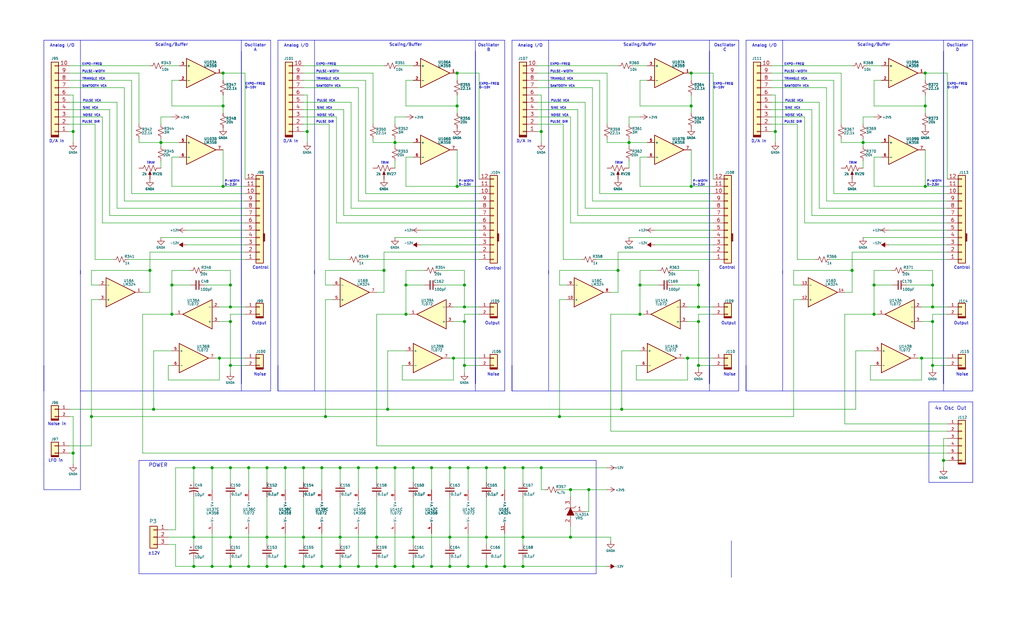
<source format=kicad_sch>
(kicad_sch (version 20231120) (generator "eeschema") (generator_version "8.0")
  (paper "USLegal")
  (title_block (title "Synth #2") (date "2024-09-14") (rev "0.1") (company "      MLE Tech                  Cedar Park, TX") (comment 2 "In Development"))
  (lib_symbols
    (symbol "Amplifier_Operational:LM324" (pin_names (offset 0.127))
      (property "Reference" "U140" (at 2.794 -4.064 0))
      (property "Value" "LM324" (at 3.048 -2.794 0))
      (symbol "LM324_1_1"
        (pin output line (at 7.62 0 180) (length 2.54) (name "~") (number "1"))
        (pin input line (at -7.62 -2.54 0) (length 2.54) (name "-") (number "2"))
        (pin input line (at -7.62 2.54 0) (length 2.54) (name "+") (number "3"))
      )
      (symbol "LM324_2_1"
        (pin input line (at -7.62 2.54 0) (length 2.54) (name "+") (number "5"))
        (pin input line (at -7.62 -2.54 0) (length 2.54) (name "-") (number "6"))
        (pin output line (at 7.62 0 180) (length 2.54) (name "~") (number "7"))
      )
      (symbol "LM324_3_1"
        (pin input line (at -7.62 2.54 0) (length 2.54) (name "+") (number "10"))
        (pin output line (at 7.62 0 180) (length 2.54) (name "~") (number "8"))
        (pin input line (at -7.62 -2.54 0) (length 2.54) (name "-") (number "9"))
      )
      (symbol "LM324_4_1"
        (pin input line (at -7.62 2.54 0) (length 2.54) (name "+") (number "12"))
        (pin input line (at -7.62 -2.54 0) (length 2.54) (name "-") (number "13"))
        (pin output line (at 7.62 0 180) (length 2.54) (name "~") (number "14"))
      )
      (symbol "LM324_5_1"
        (pin power_in line (at -2.54 -7.62 90) (length 3.81) (name "V-") (number "11"))
        (pin power_in line (at -2.54 7.62 270) (length 3.81) (name "V+") (number "4"))
      )
    )
    (symbol "Amplifier_Operational:LM358" (pin_names (offset 0.127))
      (property "Reference" "U107" (at 1.016 3.81 0))
      (property "Value" "LM358" (at 1.016 2.54 0))
      (symbol "LM358_1_1"
        (pin output line (at 7.62 0 180) (length 2.54) (name "~") (number "1"))
        (pin input line (at -7.62 -2.54 0) (length 2.54) (name "-") (number "2"))
        (pin input line (at -7.62 2.54 0) (length 2.54) (name "+") (number "3"))
      )
      (symbol "LM358_2_1"
        (pin input line (at -7.62 2.54 0) (length 2.54) (name "+") (number "5"))
        (pin input line (at -7.62 -2.54 0) (length 2.54) (name "-") (number "6"))
        (pin output line (at 7.62 0 180) (length 2.54) (name "~") (number "7"))
      )
      (symbol "LM358_3_1"
        (pin power_in line (at -2.54 -7.62 90) (length 3.81) (name "V-") (number "4"))
        (pin power_in line (at -2.54 7.62 270) (length 3.81) (name "V+") (number "8"))
      )
    )
    (symbol "Amplifier_Operational:TL072" (pin_names (offset 0.127))
      (property "Reference" "U142" (at -0.762 -3.556 0))
      (property "Value" "TL072" (at -0.508 -4.826 0))
      (symbol "TL072_1_1"
        (pin output line (at 7.62 0 180) (length 2.54) (name "~") (number "1"))
        (pin input line (at -7.62 -2.54 0) (length 2.54) (name "-") (number "2"))
        (pin input line (at -7.62 2.54 0) (length 2.54) (name "+") (number "3"))
      )
      (symbol "TL072_2_1"
        (pin input line (at -7.62 2.54 0) (length 2.54) (name "+") (number "5"))
        (pin input line (at -7.62 -2.54 0) (length 2.54) (name "-") (number "6"))
        (pin output line (at 7.62 0 180) (length 2.54) (name "~") (number "7"))
      )
      (symbol "TL072_3_1"
        (pin power_in line (at -2.54 -7.62 90) (length 3.81) (name "V-") (number "4"))
        (pin power_in line (at -2.54 7.62 270) (length 3.81) (name "V+") (number "8"))
      )
    )
    (symbol "Conn_01x12_2" (pin_names (offset 1.016) hide)
      (property "Reference" "J?" (at -1.27 17.78 0))
      (symbol "Conn_01x12_2_1_1"
        (pin passive line (at -5.08 12.7 0) (length 3.81) (name "Pin_1") (number "1"))
        (pin passive line (at -5.08 -10.16 0) (length 3.81) (name "Pin_10") (number "10"))
        (pin passive line (at -5.08 -12.7 0) (length 3.81) (name "Pin_11") (number "11"))
        (pin passive line (at -5.08 -15.24 0) (length 3.81) (name "Pin_12") (number "12"))
        (pin passive line (at -5.08 10.16 0) (length 3.81) (name "Pin_2") (number "2"))
        (pin passive line (at -5.08 7.62 0) (length 3.81) (name "Pin_3") (number "3"))
        (pin passive line (at -5.08 5.08 0) (length 3.81) (name "Pin_4") (number "4"))
        (pin passive line (at -5.08 2.54 0) (length 3.81) (name "Pin_5") (number "5"))
        (pin passive line (at -5.08 0 0) (length 3.81) (name "Pin_6") (number "6"))
        (pin passive line (at -5.08 -2.54 0) (length 3.81) (name "Pin_7") (number "7"))
        (pin passive line (at -5.08 -5.08 0) (length 3.81) (name "Pin_8") (number "8"))
        (pin passive line (at -5.08 -7.62 0) (length 3.81) (name "Pin_9") (number "9"))
      )
    )
    (symbol "Connector_Generic:Conn_01x03" (pin_names (offset 1.016) hide)
      (property "Reference" "J" (at 0 5.08 0))
      (property "Value" "Conn_01x03" (at 0 -5.08 0))
      (symbol "Conn_01x03_1_1"
        (pin passive line (at -5.08 2.54 0) (length 3.81) (name "Pin_1") (number "1"))
        (pin passive line (at -5.08 0 0) (length 3.81) (name "Pin_2") (number "2"))
        (pin passive line (at -5.08 -2.54 0) (length 3.81) (name "Pin_3") (number "3"))
      )
    )
    (symbol "Connector_keyed_kicad_sym:Conn_01x10h" (pin_names (offset 1.016) hide)
      (property "Reference" "J28" (at 0 13.97 0))
      (symbol "Conn_01x10h_1_1"
        (pin passive line (at -5.08 10.16 0) (length 3.81) (name "Pin_1") (number "1"))
        (pin passive line (at -5.08 -12.7 0) (length 3.81) (name "Pin_10") (number "10"))
        (pin passive line (at -5.08 7.62 0) (length 3.81) (name "Pin_2") (number "2"))
        (pin passive line (at -5.08 5.08 0) (length 3.81) (name "Pin_3") (number "3"))
        (pin passive line (at -5.08 2.54 0) (length 3.81) (name "Pin_4") (number "4"))
        (pin passive line (at -5.08 0 0) (length 3.81) (name "Pin_5") (number "5"))
        (pin passive line (at -5.08 -2.54 0) (length 3.81) (name "Pin_6") (number "6"))
        (pin passive line (at -5.08 -5.08 0) (length 3.81) (name "Pin_7") (number "7"))
        (pin passive line (at -5.08 -7.62 0) (length 3.81) (name "Pin_8") (number "8"))
        (pin passive line (at -5.08 -10.16 0) (length 3.81) (name "Pin_9") (number "9"))
      )
    )
    (symbol "Device:C_Polarized_Small_US" (pin_numbers hide) (pin_names (offset 0.254) hide)
      (property "Reference" "C" (at 0.254 1.778 0))
      (property "Value" "C_Polarized_Small_US" (at 0.254 -2.032 0))
      (symbol "C_Polarized_Small_US_1_1"
        (pin passive line (at 0 2.54 270) (length 2.032) (name "~") (number "1"))
        (pin passive line (at 0 -2.54 90) (length 2.032) (name "~") (number "2"))
      )
    )
    (symbol "Device:C_Small" (pin_numbers hide) (pin_names (offset 0.254) hide)
      (property "Reference" "C" (at 0.254 1.778 0))
      (property "Value" "C_Small" (at 0.254 -2.032 0))
      (symbol "C_Small_1_1"
        (pin passive line (at 0 2.54 270) (length 2.032) (name "~") (number "1"))
        (pin passive line (at 0 -2.54 90) (length 2.032) (name "~") (number "2"))
      )
    )
    (symbol "Device:R_Potentiometer_US" (pin_names (offset 1.016) hide)
      (property "Reference" "RV4" (at -1.0668 0.7874 0))
      (property "Value" "5k" (at -1.6256 -0.9906 0))
      (symbol "R_Potentiometer_US_1_1"
        (pin passive line (at 0 3.81 270) (length 1.27) (name "1") (number ""))
        (pin passive line (at 3.81 0 180) (length 1.27) (name "2") (number ""))
        (pin passive line (at 0 -3.81 90) (length 1.27) (name "3") (number ""))
      )
    )
    (symbol "Device:R_Small_US" (pin_numbers hide) (pin_names (offset 0.254) hide)
      (property "Reference" "R" (at 0.762 0.508 0))
      (property "Value" "R_Small_US" (at 0.762 -1.016 0))
      (symbol "R_Small_US_1_1"
        (pin passive line (at 0 2.54 270) (length 1.016) (name "~") (number "1"))
        (pin passive line (at 0 -2.54 90) (length 1.016) (name "~") (number "2"))
      )
    )
    (symbol "LM324_1" (pin_names (offset 0.127))
      (property "Reference" "U140" (at 2.794 -4.064 0))
      (property "Value" "LM324" (at 3.048 -2.794 0))
      (symbol "LM324_1_1_1"
        (pin output line (at 7.62 0 180) (length 2.54) (name "~") (number "1"))
        (pin input line (at -7.62 -2.54 0) (length 2.54) (name "-") (number "2"))
        (pin input line (at -7.62 2.54 0) (length 2.54) (name "+") (number "3"))
      )
      (symbol "LM324_1_2_1"
        (pin input line (at -7.62 2.54 0) (length 2.54) (name "+") (number "5"))
        (pin input line (at -7.62 -2.54 0) (length 2.54) (name "-") (number "6"))
        (pin output line (at 7.62 0 180) (length 2.54) (name "~") (number "7"))
      )
      (symbol "LM324_1_3_1"
        (pin input line (at -7.62 2.54 0) (length 2.54) (name "+") (number "10"))
        (pin output line (at 7.62 0 180) (length 2.54) (name "~") (number "8"))
        (pin input line (at -7.62 -2.54 0) (length 2.54) (name "-") (number "9"))
      )
      (symbol "LM324_1_4_1"
        (pin input line (at -7.62 2.54 0) (length 2.54) (name "+") (number "12"))
        (pin input line (at -7.62 -2.54 0) (length 2.54) (name "-") (number "13"))
        (pin output line (at 7.62 0 180) (length 2.54) (name "~") (number "14"))
      )
      (symbol "LM324_1_5_1"
        (pin power_in line (at -2.54 -7.62 90) (length 3.81) (name "V-") (number "11"))
        (pin power_in line (at -2.54 7.62 270) (length 3.81) (name "V+") (number "4"))
      )
    )
    (symbol "LM324_2" (pin_names (offset 0.127))
      (property "Reference" "U140" (at 2.794 -4.064 0))
      (property "Value" "LM324" (at 3.048 -2.794 0))
      (symbol "LM324_2_1_1"
        (pin output line (at 7.62 0 180) (length 2.54) (name "~") (number "1"))
        (pin input line (at -7.62 -2.54 0) (length 2.54) (name "-") (number "2"))
        (pin input line (at -7.62 2.54 0) (length 2.54) (name "+") (number "3"))
      )
      (symbol "LM324_2_2_1"
        (pin input line (at -7.62 2.54 0) (length 2.54) (name "+") (number "5"))
        (pin input line (at -7.62 -2.54 0) (length 2.54) (name "-") (number "6"))
        (pin output line (at 7.62 0 180) (length 2.54) (name "~") (number "7"))
      )
      (symbol "LM324_2_3_1"
        (pin input line (at -7.62 2.54 0) (length 2.54) (name "+") (number "10"))
        (pin output line (at 7.62 0 180) (length 2.54) (name "~") (number "8"))
        (pin input line (at -7.62 -2.54 0) (length 2.54) (name "-") (number "9"))
      )
      (symbol "LM324_2_4_1"
        (pin input line (at -7.62 2.54 0) (length 2.54) (name "+") (number "12"))
        (pin input line (at -7.62 -2.54 0) (length 2.54) (name "-") (number "13"))
        (pin output line (at 7.62 0 180) (length 2.54) (name "~") (number "14"))
      )
      (symbol "LM324_2_5_1"
        (pin power_in line (at -2.54 -7.62 90) (length 3.81) (name "V-") (number "11"))
        (pin power_in line (at -2.54 7.62 270) (length 3.81) (name "V+") (number "4"))
      )
    )
    (symbol "LM324_3" (pin_names (offset 0.127))
      (property "Reference" "U140" (at 2.794 -4.064 0))
      (property "Value" "LM324" (at 3.048 -2.794 0))
      (symbol "LM324_3_1_1"
        (pin output line (at 7.62 0 180) (length 2.54) (name "~") (number "1"))
        (pin input line (at -7.62 -2.54 0) (length 2.54) (name "-") (number "2"))
        (pin input line (at -7.62 2.54 0) (length 2.54) (name "+") (number "3"))
      )
      (symbol "LM324_3_2_1"
        (pin input line (at -7.62 2.54 0) (length 2.54) (name "+") (number "5"))
        (pin input line (at -7.62 -2.54 0) (length 2.54) (name "-") (number "6"))
        (pin output line (at 7.62 0 180) (length 2.54) (name "~") (number "7"))
      )
      (symbol "LM324_3_3_1"
        (pin input line (at -7.62 2.54 0) (length 2.54) (name "+") (number "10"))
        (pin output line (at 7.62 0 180) (length 2.54) (name "~") (number "8"))
        (pin input line (at -7.62 -2.54 0) (length 2.54) (name "-") (number "9"))
      )
      (symbol "LM324_3_4_1"
        (pin input line (at -7.62 2.54 0) (length 2.54) (name "+") (number "12"))
        (pin input line (at -7.62 -2.54 0) (length 2.54) (name "-") (number "13"))
        (pin output line (at 7.62 0 180) (length 2.54) (name "~") (number "14"))
      )
      (symbol "LM324_3_5_1"
        (pin power_in line (at -2.54 -7.62 90) (length 3.81) (name "V-") (number "11"))
        (pin power_in line (at -2.54 7.62 270) (length 3.81) (name "V+") (number "4"))
      )
    )
    (symbol "LM324_4" (pin_names (offset 0.127))
      (property "Reference" "U140" (at 2.794 -4.064 0))
      (property "Value" "LM324" (at 3.048 -2.794 0))
      (symbol "LM324_4_1_1"
        (pin output line (at 7.62 0 180) (length 2.54) (name "~") (number "1"))
        (pin input line (at -7.62 -2.54 0) (length 2.54) (name "-") (number "2"))
        (pin input line (at -7.62 2.54 0) (length 2.54) (name "+") (number "3"))
      )
      (symbol "LM324_4_2_1"
        (pin input line (at -7.62 2.54 0) (length 2.54) (name "+") (number "5"))
        (pin input line (at -7.62 -2.54 0) (length 2.54) (name "-") (number "6"))
        (pin output line (at 7.62 0 180) (length 2.54) (name "~") (number "7"))
      )
      (symbol "LM324_4_3_1"
        (pin input line (at -7.62 2.54 0) (length 2.54) (name "+") (number "10"))
        (pin output line (at 7.62 0 180) (length 2.54) (name "~") (number "8"))
        (pin input line (at -7.62 -2.54 0) (length 2.54) (name "-") (number "9"))
      )
      (symbol "LM324_4_4_1"
        (pin input line (at -7.62 2.54 0) (length 2.54) (name "+") (number "12"))
        (pin input line (at -7.62 -2.54 0) (length 2.54) (name "-") (number "13"))
        (pin output line (at 7.62 0 180) (length 2.54) (name "~") (number "14"))
      )
      (symbol "LM324_4_5_1"
        (pin power_in line (at -2.54 -7.62 90) (length 3.81) (name "V-") (number "11"))
        (pin power_in line (at -2.54 7.62 270) (length 3.81) (name "V+") (number "4"))
      )
    )
    (symbol "LM358_1" (pin_names (offset 0.127))
      (property "Reference" "U16" (at 0 3.048 0))
      (property "Value" "LM358" (at -1.778 4.318 0))
      (symbol "LM358_1_1_1"
        (pin output line (at 7.62 0 180) (length 2.54) (name "~") (number "1"))
        (pin input line (at -7.62 -2.54 0) (length 2.54) (name "-") (number "2"))
        (pin input line (at -7.62 2.54 0) (length 2.54) (name "+") (number "3"))
      )
      (symbol "LM358_1_2_1"
        (pin input line (at -7.62 2.54 0) (length 2.54) (name "+") (number "5"))
        (pin input line (at -7.62 -2.54 0) (length 2.54) (name "-") (number "6"))
        (pin output line (at 7.62 0 180) (length 2.54) (name "~") (number "7"))
      )
      (symbol "LM358_1_3_1"
        (pin power_in line (at -2.54 -7.62 90) (length 3.81) (name "V-") (number "4"))
        (pin power_in line (at -2.54 7.62 270) (length 3.81) (name "V+") (number "8"))
      )
    )
    (symbol "LM358_2" (pin_names (offset 0.127))
      (property "Reference" "U107" (at 1.016 3.81 0))
      (property "Value" "LM358" (at 1.016 2.54 0))
      (symbol "LM358_2_1_1"
        (pin output line (at 7.62 0 180) (length 2.54) (name "~") (number "1"))
        (pin input line (at -7.62 -2.54 0) (length 2.54) (name "-") (number "2"))
        (pin input line (at -7.62 2.54 0) (length 2.54) (name "+") (number "3"))
      )
      (symbol "LM358_2_2_1"
        (pin input line (at -7.62 2.54 0) (length 2.54) (name "+") (number "5"))
        (pin input line (at -7.62 -2.54 0) (length 2.54) (name "-") (number "6"))
        (pin output line (at 7.62 0 180) (length 2.54) (name "~") (number "7"))
      )
      (symbol "LM358_2_3_1"
        (pin power_in line (at -2.54 -7.62 90) (length 3.81) (name "V-") (number "4"))
        (pin power_in line (at -2.54 7.62 270) (length 3.81) (name "V+") (number "8"))
      )
    )
    (symbol "LM358_3" (pin_names (offset 0.127))
      (property "Reference" "U103" (at 0.762 4.318 0))
      (property "Value" "LM358" (at 0.762 3.048 0))
      (symbol "LM358_3_1_1"
        (pin output line (at 7.62 0 180) (length 2.54) (name "~") (number "1"))
        (pin input line (at -7.62 -2.54 0) (length 2.54) (name "-") (number "2"))
        (pin input line (at -7.62 2.54 0) (length 2.54) (name "+") (number "3"))
      )
      (symbol "LM358_3_2_1"
        (pin input line (at -7.62 2.54 0) (length 2.54) (name "+") (number "5"))
        (pin input line (at -7.62 -2.54 0) (length 2.54) (name "-") (number "6"))
        (pin output line (at 7.62 0 180) (length 2.54) (name "~") (number "7"))
      )
      (symbol "LM358_3_3_1"
        (pin power_in line (at -2.54 -7.62 90) (length 3.81) (name "V-") (number "4"))
        (pin power_in line (at -2.54 7.62 270) (length 3.81) (name "V+") (number "8"))
      )
    )
    (symbol "My Connectors:Conn_01x02" (pin_names (offset 1.016) hide)
      (property "Reference" "J" (at -0.041 2.077 0))
      (property "Value" "Conn_01x02" (at -0.2794 4.7752 0))
      (symbol "Conn_01x02_1_1"
        (pin passive line (at -5.08 0 0) (length 3.81) (name "Pin_1") (number "1"))
        (pin passive line (at -5.08 -2.54 0) (length 3.81) (name "Pin_2") (number "2"))
      )
    )
    (symbol "My Connectors:Conn_01x06" (pin_names (offset 1.016) hide)
      (property "Reference" "J" (at -0.6978 7.3009 0))
      (symbol "Conn_01x06_1_1"
        (pin passive line (at -5.08 5.08 0) (length 3.81) (name "Pin_1") (number "1"))
        (pin passive line (at -5.08 2.54 0) (length 3.81) (name "Pin_2") (number "2"))
        (pin passive line (at -5.08 0 0) (length 3.81) (name "Pin_3") (number "3"))
        (pin passive line (at -5.08 -2.54 0) (length 3.81) (name "Pin_4") (number "4"))
        (pin passive line (at -5.08 -5.08 0) (length 3.81) (name "Pin_5") (number "5"))
        (pin passive line (at -5.08 -7.62 0) (length 3.81) (name "Pin_6") (number "6"))
      )
    )
    (symbol "Resistors:C_Small" (pin_numbers hide) (pin_names (offset 0.254) hide)
      (property "Reference" "C48" (at 2.54 1.2638 0))
      (property "Value" "100pF" (at 2.54 -1.2762 0))
      (symbol "C_Small_1_1"
        (pin passive line (at 0 2.54 270) (length 2.032) (name "~") (number "1"))
        (pin passive line (at 0 -2.54 90) (length 2.032) (name "~") (number "2"))
      )
    )
    (symbol "TL072_1" (pin_names (offset 0.127))
      (property "Reference" "U140" (at 0.508 2.794 0))
      (property "Value" "TL072" (at 0.508 4.064 0))
      (symbol "TL072_1_1_1"
        (pin output line (at 7.62 0 180) (length 2.54) (name "~") (number "1"))
        (pin input line (at -7.62 -2.54 0) (length 2.54) (name "-") (number "2"))
        (pin input line (at -7.62 2.54 0) (length 2.54) (name "+") (number "3"))
      )
      (symbol "TL072_1_2_1"
        (pin input line (at -7.62 2.54 0) (length 2.54) (name "+") (number "5"))
        (pin input line (at -7.62 -2.54 0) (length 2.54) (name "-") (number "6"))
        (pin output line (at 7.62 0 180) (length 2.54) (name "~") (number "7"))
      )
      (symbol "TL072_1_3_1"
        (pin power_in line (at -2.54 -7.62 90) (length 3.81) (name "V-") (number "4"))
        (pin power_in line (at -2.54 7.62 270) (length 3.81) (name "V+") (number "8"))
      )
    )
    (symbol "TL072_10" (pin_names (offset 0.127))
      (property "Reference" "U142" (at -0.762 -3.556 0))
      (property "Value" "TL072" (at -0.508 -4.826 0))
      (symbol "TL072_10_1_1"
        (pin output line (at 7.62 0 180) (length 2.54) (name "~") (number "1"))
        (pin input line (at -7.62 -2.54 0) (length 2.54) (name "-") (number "2"))
        (pin input line (at -7.62 2.54 0) (length 2.54) (name "+") (number "3"))
      )
      (symbol "TL072_10_2_1"
        (pin input line (at -7.62 2.54 0) (length 2.54) (name "+") (number "5"))
        (pin input line (at -7.62 -2.54 0) (length 2.54) (name "-") (number "6"))
        (pin output line (at 7.62 0 180) (length 2.54) (name "~") (number "7"))
      )
      (symbol "TL072_10_3_1"
        (pin power_in line (at -2.54 -7.62 90) (length 3.81) (name "V-") (number "4"))
        (pin power_in line (at -2.54 7.62 270) (length 3.81) (name "V+") (number "8"))
      )
    )
    (symbol "TL072_11" (pin_names (offset 0.127))
      (property "Reference" "U142" (at -0.762 -3.556 0))
      (property "Value" "TL072" (at -0.508 -4.826 0))
      (symbol "TL072_11_1_1"
        (pin output line (at 7.62 0 180) (length 2.54) (name "~") (number "1"))
        (pin input line (at -7.62 -2.54 0) (length 2.54) (name "-") (number "2"))
        (pin input line (at -7.62 2.54 0) (length 2.54) (name "+") (number "3"))
      )
      (symbol "TL072_11_2_1"
        (pin input line (at -7.62 2.54 0) (length 2.54) (name "+") (number "5"))
        (pin input line (at -7.62 -2.54 0) (length 2.54) (name "-") (number "6"))
        (pin output line (at 7.62 0 180) (length 2.54) (name "~") (number "7"))
      )
      (symbol "TL072_11_3_1"
        (pin power_in line (at -2.54 -7.62 90) (length 3.81) (name "V-") (number "4"))
        (pin power_in line (at -2.54 7.62 270) (length 3.81) (name "V+") (number "8"))
      )
    )
    (symbol "TL072_4" (pin_names (offset 0.127))
      (property "Reference" "U139" (at -0.254 3.302 0))
      (property "Value" "TL072" (at -0.508 4.572 0))
      (symbol "TL072_4_1_1"
        (pin output line (at 7.62 0 180) (length 2.54) (name "~") (number "1"))
        (pin input line (at -7.62 -2.54 0) (length 2.54) (name "-") (number "2"))
        (pin input line (at -7.62 2.54 0) (length 2.54) (name "+") (number "3"))
      )
      (symbol "TL072_4_2_1"
        (pin input line (at -7.62 2.54 0) (length 2.54) (name "+") (number "5"))
        (pin input line (at -7.62 -2.54 0) (length 2.54) (name "-") (number "6"))
        (pin output line (at 7.62 0 180) (length 2.54) (name "~") (number "7"))
      )
      (symbol "TL072_4_3_1"
        (pin power_in line (at -2.54 -7.62 90) (length 3.81) (name "V-") (number "4"))
        (pin power_in line (at -2.54 7.62 270) (length 3.81) (name "V+") (number "8"))
      )
    )
    (symbol "TL072_7" (pin_names (offset 0.127))
      (property "Reference" "U141" (at 0.762 2.794 0))
      (property "Value" "TL072" (at 0.762 4.064 0))
      (symbol "TL072_7_1_1"
        (pin output line (at 7.62 0 180) (length 2.54) (name "~") (number "1"))
        (pin input line (at -7.62 -2.54 0) (length 2.54) (name "-") (number "2"))
        (pin input line (at -7.62 2.54 0) (length 2.54) (name "+") (number "3"))
      )
      (symbol "TL072_7_2_1"
        (pin input line (at -7.62 2.54 0) (length 2.54) (name "+") (number "5"))
        (pin input line (at -7.62 -2.54 0) (length 2.54) (name "-") (number "6"))
        (pin output line (at 7.62 0 180) (length 2.54) (name "~") (number "7"))
      )
      (symbol "TL072_7_3_1"
        (pin power_in line (at -2.54 -7.62 90) (length 3.81) (name "V-") (number "4"))
        (pin power_in line (at -2.54 7.62 270) (length 3.81) (name "V+") (number "8"))
      )
    )
    (symbol "dk_PMIC-Voltage-Reference:TL431CLPM" (pin_names (offset 0) hide)
      (property "Reference" "VR" (at -2.54 3.175 0))
      (property "Value" "TL431CLPM" (at -5.715 0 90))
      (symbol "TL431CLPM_1_1"
        (pin passive line (at 5.08 0 180) (length 3.81) (name "REF") (number "1"))
        (pin passive line (at 0 -5.08 90) (length 3.81) (name "A") (number "2"))
        (pin passive line (at 0 5.08 270) (length 3.81) (name "K") (number "3"))
      )
    )
    (symbol "power:+12V" (power) (pin_names (offset 0))
      (property "Value" "+12V" (at 0 3.556 0))
      (symbol "+12V_1_1"
        (pin power_in line (at 0 0 90) (length 0) hide (name "+12V") (number "1"))
      )
    )
    (symbol "power:+2V5" (power) (pin_names (offset 0))
      (property "Value" "+2V5" (at 0 3.556 0))
      (symbol "+2V5_1_1"
        (pin power_in line (at 0 0 90) (length 0) hide (name "+2V5") (number "1"))
      )
    )
    (symbol "power:-12V" (power) (pin_names (offset 0))
      (property "Value" "-12V" (at 0 3.81 0))
      (symbol "-12V_0_0"
        (pin power_in line (at 0 0 90) (length 0) hide (name "-12V") (number "1"))
      )
    )
    (symbol "power:GNDA" (power) (pin_names (offset 0))
      (property "Value" "GNDA" (at 0 -3.81 0))
      (symbol "GNDA_1_1"
        (pin power_in line (at 0 0 270) (length 0) hide (name "GNDA") (number "1"))
      )
    )
  )
  (junction (at 198.12 186.69))
  (junction (at 67.31 162.56))
  (junction (at 77.47 36.83))
  (junction (at 143.51 186.69))
  (junction (at 105.41 162.56))
  (junction (at 162.56 162.56))
  (junction (at 156.21 162.56))
  (junction (at 73.66 196.85))
  (junction (at 158.75 64.77))
  (junction (at 238.76 124.46))
  (junction (at 198.12 170.18))
  (junction (at 242.57 127))
  (junction (at 240.03 36.83))
  (junction (at 323.85 127))
  (junction (at 118.11 162.56))
  (junction (at 130.81 186.69))
  (junction (at 92.71 186.69))
  (junction (at 323.85 106.68))
  (junction (at 269.24 45.72))
  (junction (at 143.51 162.56))
  (junction (at 77.47 64.77))
  (junction (at 320.04 124.46))
  (junction (at 67.31 186.69))
  (junction (at 162.56 196.85))
  (junction (at 323.85 111.76))
  (junction (at 80.01 106.68))
  (junction (at 53.34 142.24))
  (junction (at 295.91 93.98))
  (junction (at 67.31 196.85))
  (junction (at 149.86 196.85))
  (junction (at 118.11 186.69))
  (junction (at 130.81 162.56))
  (junction (at 321.31 25.4))
  (junction (at 161.29 99.06))
  (junction (at 303.53 99.06))
  (junction (at 161.29 111.76))
  (junction (at 80.01 99.06))
  (junction (at 168.91 196.85))
  (junction (at 299.72 49.53))
  (junction (at 143.51 196.85))
  (junction (at 187.96 45.72))
  (junction (at 240.03 64.77))
  (junction (at 137.16 196.85))
  (junction (at 59.69 99.06))
  (junction (at 134.62 142.24))
  (junction (at 204.47 170.18))
  (junction (at 161.29 127))
  (junction (at 76.2 124.46))
  (junction (at 105.41 186.69))
  (junction (at 31.75 144.78))
  (junction (at 137.16 49.53))
  (junction (at 92.71 162.56))
  (junction (at 55.88 49.53))
  (junction (at 137.16 162.56))
  (junction (at 99.06 162.56))
  (junction (at 25.4 157.48))
  (junction (at 242.57 106.68))
  (junction (at 149.86 162.56))
  (junction (at 175.26 162.56))
  (junction (at 161.29 106.68))
  (junction (at 118.11 196.85))
  (junction (at 242.57 111.76))
  (junction (at 59.69 109.22))
  (junction (at 80.01 186.69))
  (junction (at 156.21 186.69))
  (junction (at 52.07 93.98))
  (junction (at 218.44 49.53))
  (junction (at 181.61 162.56))
  (junction (at 80.01 127))
  (junction (at 321.31 36.83))
  (junction (at 99.06 196.85))
  (junction (at 156.21 196.85))
  (junction (at 124.46 196.85))
  (junction (at 242.57 99.06))
  (junction (at 168.91 186.69))
  (junction (at 86.36 196.85))
  (junction (at 80.01 196.85))
  (junction (at 111.76 162.56))
  (junction (at 321.31 64.77))
  (junction (at 77.47 25.4))
  (junction (at 25.4 45.72))
  (junction (at 133.35 93.98))
  (junction (at 111.76 196.85))
  (junction (at 194.31 144.78))
  (junction (at 73.66 162.56))
  (junction (at 240.03 25.4))
  (junction (at 214.63 93.98))
  (junction (at 158.75 36.83))
  (junction (at 140.97 109.22))
  (junction (at 187.96 162.56))
  (junction (at 124.46 162.56))
  (junction (at 327.66 160.02))
  (junction (at 215.9 142.24))
  (junction (at 86.36 162.56))
  (junction (at 80.01 111.76))
  (junction (at 181.61 196.85))
  (junction (at 105.41 196.85))
  (junction (at 113.03 144.78))
  (junction (at 323.85 99.06))
  (junction (at 158.75 25.4))
  (junction (at 106.68 45.72))
  (junction (at 130.81 196.85))
  (junction (at 157.48 124.46))
  (junction (at 175.26 196.85))
  (junction (at 92.71 196.85))
  (junction (at 80.01 162.56))
  (junction (at 222.25 109.22))
  (junction (at 140.97 99.06))
  (junction (at 168.91 162.56))
  (junction (at 181.61 186.69))
  (junction (at 303.53 109.22))
  (junction (at 222.25 99.06))
  (wire (pts (xy 194.31 93.98) (xy 214.63 93.98)))
  (wire (pts (xy 181.61 186.69) (xy 181.61 189.23)))
  (wire (pts (xy 292.1 49.53) (xy 299.72 49.53)))
  (polyline (pts (xy 259.08 135.89) (xy 327.66 135.89)))
  (wire (pts (xy 59.69 54.61) (xy 62.23 54.61)))
  (wire (pts (xy 45.72 27.94) (xy 45.72 67.31)))
  (wire (pts (xy 161.29 127) (xy 161.29 129.54)))
  (wire (pts (xy 233.68 93.98) (xy 242.57 93.98)))
  (wire (pts (xy 293.37 101.6) (xy 295.91 101.6)))
  (polyline (pts (xy 15.24 170.18) (xy 27.94 170.18)))
  (polyline (pts (xy 175.26 13.97) (xy 175.26 135.89)))
  (wire (pts (xy 323.85 93.98) (xy 323.85 99.06)))
  (wire (pts (xy 59.69 64.77) (xy 77.47 64.77)))
  (wire (pts (xy 92.71 196.85) (xy 92.71 194.31)))
  (wire (pts (xy 240.03 25.4) (xy 240.03 27.94)))
  (wire (pts (xy 281.94 74.93) (xy 328.93 74.93)))
  (wire (pts (xy 143.51 189.23) (xy 143.51 186.69)))
  (wire (pts (xy 85.09 69.85) (xy 43.18 69.85)))
  (polyline (pts (xy 109.22 13.97) (xy 109.22 135.89)))
  (wire (pts (xy 156.21 162.56) (xy 162.56 162.56)))
  (wire (pts (xy 31.75 144.78) (xy 113.03 144.78)))
  (wire (pts (xy 300.99 22.86) (xy 306.07 22.86)))
  (wire (pts (xy 44.45 90.17) (xy 85.09 90.17)))
  (wire (pts (xy 303.53 54.61) (xy 306.07 54.61)))
  (wire (pts (xy 74.93 124.46) (xy 76.2 124.46)))
  (wire (pts (xy 222.25 40.64) (xy 218.44 40.64)))
  (wire (pts (xy 137.16 162.56) (xy 143.51 162.56)))
  (wire (pts (xy 67.31 162.56) (xy 67.31 167.64)))
  (wire (pts (xy 321.31 25.4) (xy 328.93 25.4)))
  (wire (pts (xy 130.81 189.23) (xy 130.81 186.69)))
  (wire (pts (xy 106.68 33.02) (xy 106.68 45.72)))
  (wire (pts (xy 166.37 82.55) (xy 137.16 82.55)))
  (wire (pts (xy 130.81 162.56) (xy 137.16 162.56)))
  (wire (pts (xy 143.51 196.85) (xy 149.86 196.85)))
  (wire (pts (xy 247.65 80.01) (xy 227.33 80.01)))
  (polyline (pts (xy 255.27 13.97) (xy 255.27 13.97)))
  (wire (pts (xy 320.04 111.76) (xy 323.85 111.76)))
  (wire (pts (xy 293.37 109.22) (xy 293.37 147.32)))
  (wire (pts (xy 242.57 127) (xy 242.57 128.27)))
  (wire (pts (xy 201.93 90.17) (xy 195.58 90.17)))
  (polyline (pts (xy 259.08 13.97) (xy 336.55 13.97)))
  (wire (pts (xy 149.86 162.56) (xy 149.86 170.18)))
  (wire (pts (xy 303.53 40.64) (xy 299.72 40.64)))
  (wire (pts (xy 267.97 25.4) (xy 292.1 25.4)))
  (wire (pts (xy 297.18 121.92) (xy 303.53 121.92)))
  (polyline (pts (xy 177.8 135.89) (xy 177.8 127)))
  (wire (pts (xy 328.93 69.85) (xy 287.02 69.85)))
  (polyline (pts (xy 271.78 93.98) (xy 271.78 95.25)))
  (wire (pts (xy 222.25 27.94) (xy 222.25 36.83)))
  (polyline (pts (xy 327.66 133.35) (xy 327.66 127)))
  (wire (pts (xy 189.23 170.18) (xy 187.96 170.18)))
  (wire (pts (xy 181.61 162.56) (xy 187.96 162.56)))
  (wire (pts (xy 157.48 111.76) (xy 161.29 111.76)))
  (wire (pts (xy 210.82 49.53) (xy 218.44 49.53)))
  (wire (pts (xy 228.6 93.98) (xy 222.25 93.98)))
  (polyline (pts (xy 27.94 93.98) (xy 27.94 95.25)))
  (wire (pts (xy 129.54 25.4) (xy 129.54 43.18)))
  (polyline (pts (xy 83.82 104.14) (xy 83.82 113.03)))
  (wire (pts (xy 214.63 87.63) (xy 247.65 87.63)))
  (wire (pts (xy 80.01 99.06) (xy 80.01 106.68)))
  (polyline (pts (xy 254 187.96) (xy 254 200.66)))
  (wire (pts (xy 212.09 187.96) (xy 212.09 186.69)))
  (wire (pts (xy 146.05 85.09) (xy 166.37 85.09)))
  (polyline (pts (xy 190.5 93.98) (xy 190.5 95.25)))
  (wire (pts (xy 59.69 93.98) (xy 59.69 99.06)))
  (polyline (pts (xy 259.08 135.89) (xy 259.08 127)))
  (wire (pts (xy 242.57 106.68) (xy 247.65 106.68)))
  (wire (pts (xy 105.41 27.94) (xy 127 27.94)))
  (wire (pts (xy 48.26 25.4) (xy 48.26 43.18)))
  (wire (pts (xy 242.57 109.22) (xy 242.57 111.76)))
  (wire (pts (xy 86.36 162.56) (xy 92.71 162.56)))
  (wire (pts (xy 73.66 162.56) (xy 80.01 162.56)))
  (polyline (pts (xy 165.1 17.78) (xy 165.1 104.14)))
  (wire (pts (xy 111.76 162.56) (xy 118.11 162.56)))
  (wire (pts (xy 198.12 170.18) (xy 204.47 170.18)))
  (wire (pts (xy 85.09 67.31) (xy 45.72 67.31)))
  (wire (pts (xy 130.81 172.72) (xy 130.81 186.69)))
  (polyline (pts (xy 246.38 113.03) (xy 246.38 133.35)))
  (wire (pts (xy 86.36 196.85) (xy 92.71 196.85)))
  (wire (pts (xy 92.71 172.72) (xy 92.71 186.69)))
  (wire (pts (xy 284.48 72.39) (xy 284.48 35.56)))
  (wire (pts (xy 25.4 45.72) (xy 25.4 49.53)))
  (wire (pts (xy 156.21 124.46) (xy 157.48 124.46)))
  (wire (pts (xy 168.91 162.56) (xy 168.91 167.64)))
  (wire (pts (xy 181.61 172.72) (xy 181.61 186.69)))
  (wire (pts (xy 186.69 25.4) (xy 210.82 25.4)))
  (polyline (pts (xy 83.82 133.35) (xy 83.82 127)))
  (wire (pts (xy 168.91 186.69) (xy 181.61 186.69)))
  (wire (pts (xy 156.21 162.56) (xy 156.21 167.64)))
  (wire (pts (xy 85.09 82.55) (xy 55.88 82.55)))
  (wire (pts (xy 275.59 93.98) (xy 295.91 93.98)))
  (wire (pts (xy 80.01 186.69) (xy 92.71 186.69)))
  (wire (pts (xy 328.93 127) (xy 323.85 127)))
  (wire (pts (xy 308.61 85.09) (xy 328.93 85.09)))
  (wire (pts (xy 320.04 124.46) (xy 328.93 124.46)))
  (wire (pts (xy 328.93 82.55) (xy 299.72 82.55)))
  (wire (pts (xy 137.16 40.64) (xy 137.16 43.18)))
  (wire (pts (xy 156.21 196.85) (xy 156.21 194.31)))
  (wire (pts (xy 99.06 162.56) (xy 99.06 170.18)))
  (wire (pts (xy 157.48 124.46) (xy 157.48 132.08)))
  (wire (pts (xy 247.65 69.85) (xy 205.74 69.85)))
  (polyline (pts (xy 173.99 13.97) (xy 175.26 13.97)))
  (wire (pts (xy 267.97 30.48) (xy 287.02 30.48)))
  (wire (pts (xy 194.31 99.06) (xy 194.31 93.98)))
  (wire (pts (xy 134.62 121.92) (xy 140.97 121.92)))
  (wire (pts (xy 137.16 185.42) (xy 137.16 196.85)))
  (wire (pts (xy 198.12 77.47) (xy 198.12 40.64)))
  (wire (pts (xy 181.61 196.85) (xy 210.82 196.85)))
  (wire (pts (xy 76.2 124.46) (xy 85.09 124.46)))
  (wire (pts (xy 31.75 99.06) (xy 31.75 93.98)))
  (wire (pts (xy 198.12 186.69) (xy 212.09 186.69)))
  (wire (pts (xy 187.96 162.56) (xy 187.96 170.18)))
  (wire (pts (xy 24.13 27.94) (xy 45.72 27.94)))
  (wire (pts (xy 52.07 87.63) (xy 52.07 93.98)))
  (wire (pts (xy 59.69 40.64) (xy 55.88 40.64)))
  (wire (pts (xy 35.56 77.47) (xy 85.09 77.47)))
  (wire (pts (xy 85.09 64.77) (xy 77.47 64.77)))
  (polyline (pts (xy 246.38 17.78) (xy 246.38 104.14)))
  (wire (pts (xy 49.53 109.22) (xy 59.69 109.22)))
  (wire (pts (xy 31.75 93.98) (xy 52.07 93.98)))
  (wire (pts (xy 275.59 104.14) (xy 275.59 144.78)))
  (wire (pts (xy 279.4 77.47) (xy 279.4 40.64)))
  (wire (pts (xy 240.03 25.4) (xy 247.65 25.4)))
  (wire (pts (xy 55.88 49.53) (xy 55.88 50.8)))
  (wire (pts (xy 328.93 64.77) (xy 321.31 64.77)))
  (wire (pts (xy 247.65 82.55) (xy 218.44 82.55)))
  (wire (pts (xy 149.86 185.42) (xy 149.86 196.85)))
  (wire (pts (xy 267.97 45.72) (xy 269.24 45.72)))
  (wire (pts (xy 111.76 196.85) (xy 118.11 196.85)))
  (wire (pts (xy 194.31 144.78) (xy 275.59 144.78)))
  (wire (pts (xy 137.16 162.56) (xy 137.16 170.18)))
  (wire (pts (xy 157.48 124.46) (xy 166.37 124.46)))
  (wire (pts (xy 186.69 40.64) (xy 198.12 40.64)))
  (wire (pts (xy 323.85 109.22) (xy 328.93 109.22)))
  (wire (pts (xy 25.4 157.48) (xy 25.4 161.29)))
  (polyline (pts (xy 336.55 13.97) (xy 337.82 13.97)))
  (wire (pts (xy 130.81 109.22) (xy 130.81 154.94)))
  (wire (pts (xy 105.41 30.48) (xy 124.46 30.48)))
  (wire (pts (xy 140.97 64.77) (xy 158.75 64.77)))
  (wire (pts (xy 66.04 93.98) (xy 59.69 93.98)))
  (wire (pts (xy 115.57 99.06) (xy 113.03 99.06)))
  (wire (pts (xy 168.91 172.72) (xy 168.91 186.69)))
  (polyline (pts (xy 15.24 135.89) (xy 15.24 161.29)))
  (wire (pts (xy 58.42 186.69) (xy 67.31 186.69)))
  (wire (pts (xy 38.1 74.93) (xy 85.09 74.93)))
  (wire (pts (xy 80.01 106.68) (xy 85.09 106.68)))
  (wire (pts (xy 328.93 67.31) (xy 289.56 67.31)))
  (wire (pts (xy 113.03 144.78) (xy 194.31 144.78)))
  (wire (pts (xy 220.98 132.08) (xy 238.76 132.08)))
  (wire (pts (xy 161.29 111.76) (xy 161.29 127)))
  (wire (pts (xy 161.29 106.68) (xy 166.37 106.68)))
  (wire (pts (xy 130.81 109.22) (xy 140.97 109.22)))
  (wire (pts (xy 303.53 127) (xy 302.26 127)))
  (wire (pts (xy 303.53 27.94) (xy 306.07 27.94)))
  (wire (pts (xy 53.34 121.92) (xy 59.69 121.92)))
  (wire (pts (xy 140.97 99.06) (xy 140.97 109.22)))
  (wire (pts (xy 143.51 186.69) (xy 156.21 186.69)))
  (wire (pts (xy 289.56 27.94) (xy 289.56 67.31)))
  (wire (pts (xy 140.97 27.94) (xy 140.97 36.83)))
  (wire (pts (xy 276.86 43.18) (xy 276.86 90.17)))
  (wire (pts (xy 71.12 93.98) (xy 80.01 93.98)))
  (wire (pts (xy 24.13 154.94) (xy 31.75 154.94)))
  (wire (pts (xy 140.97 40.64) (xy 137.16 40.64)))
  (wire (pts (xy 186.69 33.02) (xy 187.96 33.02)))
  (wire (pts (xy 24.13 144.78) (xy 25.4 144.78)))
  (wire (pts (xy 166.37 64.77) (xy 158.75 64.77)))
  (wire (pts (xy 113.03 104.14) (xy 113.03 144.78)))
  (polyline (pts (xy 259.08 13.97) (xy 259.08 135.89)))
  (wire (pts (xy 204.47 170.18) (xy 210.82 170.18)))
  (wire (pts (xy 328.93 62.23) (xy 328.93 25.4)))
  (wire (pts (xy 113.03 93.98) (xy 133.35 93.98)))
  (wire (pts (xy 143.51 172.72) (xy 143.51 186.69)))
  (polyline (pts (xy 190.5 13.97) (xy 190.5 135.89)))
  (polyline (pts (xy 165.1 104.14) (xy 165.1 113.03)))
  (wire (pts (xy 99.06 196.85) (xy 105.41 196.85)))
  (wire (pts (xy 35.56 77.47) (xy 35.56 40.64)))
  (wire (pts (xy 309.88 93.98) (xy 303.53 93.98)))
  (wire (pts (xy 55.88 49.53) (xy 62.23 49.53)))
  (wire (pts (xy 247.65 72.39) (xy 203.2 72.39)))
  (wire (pts (xy 137.16 196.85) (xy 143.51 196.85)))
  (wire (pts (xy 288.29 90.17) (xy 328.93 90.17)))
  (wire (pts (xy 161.29 109.22) (xy 161.29 111.76)))
  (wire (pts (xy 222.25 54.61) (xy 224.79 54.61)))
  (wire (pts (xy 215.9 121.92) (xy 222.25 121.92)))
  (polyline (pts (xy 83.82 17.78) (xy 83.82 104.14)))
  (wire (pts (xy 283.21 90.17) (xy 276.86 90.17)))
  (polyline (pts (xy 327.66 13.97) (xy 327.66 135.89)))
  (wire (pts (xy 175.26 185.42) (xy 175.26 196.85)))
  (polyline (pts (xy 207.01 199.39) (xy 48.26 199.39)))
  (wire (pts (xy 186.69 27.94) (xy 208.28 27.94)))
  (wire (pts (xy 67.31 196.85) (xy 73.66 196.85)))
  (polyline (pts (xy 92.71 13.97) (xy 93.98 13.97)))
  (wire (pts (xy 175.26 196.85) (xy 181.61 196.85)))
  (wire (pts (xy 323.85 99.06) (xy 323.85 106.68)))
  (polyline (pts (xy 165.1 113.03) (xy 165.1 133.35)))
  (wire (pts (xy 247.65 127) (xy 242.57 127)))
  (wire (pts (xy 323.85 109.22) (xy 323.85 111.76)))
  (wire (pts (xy 267.97 35.56) (xy 284.48 35.56)))
  (wire (pts (xy 49.53 109.22) (xy 49.53 157.48)))
  (wire (pts (xy 73.66 162.56) (xy 73.66 170.18)))
  (wire (pts (xy 194.31 104.14) (xy 196.85 104.14)))
  (wire (pts (xy 92.71 196.85) (xy 99.06 196.85)))
  (wire (pts (xy 59.69 109.22) (xy 60.96 109.22)))
  (wire (pts (xy 238.76 106.68) (xy 242.57 106.68)))
  (wire (pts (xy 323.85 106.68) (xy 328.93 106.68)))
  (wire (pts (xy 105.41 162.56) (xy 111.76 162.56)))
  (wire (pts (xy 80.01 196.85) (xy 86.36 196.85)))
  (wire (pts (xy 275.59 104.14) (xy 278.13 104.14)))
  (wire (pts (xy 80.01 162.56) (xy 80.01 167.64)))
  (wire (pts (xy 186.69 43.18) (xy 195.58 43.18)))
  (polyline (pts (xy 109.22 93.98) (xy 109.22 95.25)))
  (wire (pts (xy 166.37 127) (xy 161.29 127)))
  (wire (pts (xy 267.97 33.02) (xy 269.24 33.02)))
  (wire (pts (xy 327.66 152.4) (xy 327.66 160.02)))
  (wire (pts (xy 60.96 162.56) (xy 67.31 162.56)))
  (polyline (pts (xy 246.38 133.35) (xy 246.38 127)))
  (polyline (pts (xy 337.82 13.97) (xy 337.82 135.89)))
  (polyline (pts (xy 96.52 135.89) (xy 96.52 127)))
  (wire (pts (xy 297.18 121.92) (xy 297.18 142.24)))
  (wire (pts (xy 67.31 162.56) (xy 73.66 162.56)))
  (wire (pts (xy 140.97 93.98) (xy 140.97 99.06)))
  (wire (pts (xy 299.72 58.42) (xy 299.72 55.88)))
  (wire (pts (xy 233.68 99.06) (xy 242.57 99.06)))
  (wire (pts (xy 295.91 87.63) (xy 295.91 93.98)))
  (wire (pts (xy 158.75 39.37) (xy 158.75 36.83)))
  (polyline (pts (xy 83.82 135.89) (xy 93.98 135.89)))
  (wire (pts (xy 59.69 99.06) (xy 59.69 109.22)))
  (wire (pts (xy 242.57 111.76) (xy 242.57 127)))
  (polyline (pts (xy 96.52 13.97) (xy 173.99 13.97)))
  (wire (pts (xy 55.88 40.64) (xy 55.88 43.18)))
  (wire (pts (xy 328.93 152.4) (xy 327.66 152.4)))
  (wire (pts (xy 200.66 74.93) (xy 200.66 38.1)))
  (wire (pts (xy 80.01 162.56) (xy 86.36 162.56)))
  (wire (pts (xy 139.7 132.08) (xy 157.48 132.08)))
  (wire (pts (xy 228.6 99.06) (xy 222.25 99.06)))
  (wire (pts (xy 31.75 144.78) (xy 31.75 154.94)))
  (wire (pts (xy 138.43 22.86) (xy 143.51 22.86)))
  (wire (pts (xy 52.07 22.86) (xy 24.13 22.86)))
  (wire (pts (xy 24.13 35.56) (xy 40.64 35.56)))
  (wire (pts (xy 293.37 147.32) (xy 328.93 147.32)))
  (wire (pts (xy 295.91 22.86) (xy 267.97 22.86)))
  (wire (pts (xy 210.82 48.26) (xy 210.82 49.53)))
  (wire (pts (xy 222.25 36.83) (xy 240.03 36.83)))
  (wire (pts (xy 114.3 43.18) (xy 114.3 90.17)))
  (wire (pts (xy 222.25 27.94) (xy 224.79 27.94)))
  (wire (pts (xy 137.16 48.26) (xy 137.16 49.53)))
  (wire (pts (xy 24.13 45.72) (xy 25.4 45.72)))
  (wire (pts (xy 220.98 127) (xy 220.98 132.08)))
  (wire (pts (xy 59.69 27.94) (xy 59.69 36.83)))
  (wire (pts (xy 130.81 162.56) (xy 130.81 167.64)))
  (wire (pts (xy 242.57 99.06) (xy 242.57 106.68)))
  (wire (pts (xy 303.53 109.22) (xy 304.8 109.22)))
  (wire (pts (xy 86.36 185.42) (xy 86.36 196.85)))
  (wire (pts (xy 106.68 45.72) (xy 106.68 49.53)))
  (wire (pts (xy 80.01 172.72) (xy 80.01 186.69)))
  (wire (pts (xy 166.37 69.85) (xy 124.46 69.85)))
  (polyline (pts (xy 322.58 167.64) (xy 322.58 139.7)))
  (wire (pts (xy 161.29 93.98) (xy 161.29 99.06)))
  (wire (pts (xy 118.11 162.56) (xy 118.11 167.64)))
  (wire (pts (xy 77.47 52.07) (xy 77.47 64.77)))
  (wire (pts (xy 162.56 196.85) (xy 168.91 196.85)))
  (wire (pts (xy 80.01 109.22) (xy 80.01 111.76)))
  (wire (pts (xy 113.03 99.06) (xy 113.03 93.98)))
  (wire (pts (xy 156.21 189.23) (xy 156.21 186.69)))
  (wire (pts (xy 200.66 74.93) (xy 247.65 74.93)))
  (wire (pts (xy 49.53 101.6) (xy 52.07 101.6)))
  (wire (pts (xy 318.77 124.46) (xy 320.04 124.46)))
  (wire (pts (xy 321.31 52.07) (xy 321.31 64.77)))
  (wire (pts (xy 76.2 111.76) (xy 80.01 111.76)))
  (wire (pts (xy 168.91 162.56) (xy 175.26 162.56)))
  (polyline (pts (xy 327.66 113.03) (xy 327.66 133.35)))
  (wire (pts (xy 222.25 64.77) (xy 240.03 64.77)))
  (wire (pts (xy 267.97 38.1) (xy 281.94 38.1)))
  (wire (pts (xy 222.25 99.06) (xy 222.25 109.22)))
  (wire (pts (xy 105.41 40.64) (xy 116.84 40.64)))
  (polyline (pts (xy 15.24 135.89) (xy 15.24 127)))
  (polyline (pts (xy 93.98 13.97) (xy 93.98 135.89)))
  (wire (pts (xy 161.29 109.22) (xy 166.37 109.22)))
  (wire (pts (xy 25.4 144.78) (xy 25.4 157.48)))
  (wire (pts (xy 303.53 27.94) (xy 303.53 36.83)))
  (polyline (pts (xy 246.38 13.97) (xy 246.38 135.89)))
  (wire (pts (xy 299.72 48.26) (xy 299.72 49.53)))
  (wire (pts (xy 133.35 87.63) (xy 133.35 93.98)))
  (wire (pts (xy 99.06 185.42) (xy 99.06 196.85)))
  (wire (pts (xy 203.2 177.8) (xy 204.47 177.8)))
  (wire (pts (xy 24.13 38.1) (xy 38.1 38.1)))
  (wire (pts (xy 156.21 172.72) (xy 156.21 186.69)))
  (polyline (pts (xy 246.38 135.89) (xy 256.54 135.89)))
  (wire (pts (xy 60.96 189.23) (xy 58.42 189.23)))
  (wire (pts (xy 34.29 99.06) (xy 31.75 99.06)))
  (wire (pts (xy 247.65 62.23) (xy 247.65 25.4)))
  (wire (pts (xy 158.75 33.02) (xy 158.75 36.83)))
  (polyline (pts (xy 177.8 13.97) (xy 177.8 135.89)))
  (wire (pts (xy 118.11 196.85) (xy 118.11 194.31)))
  (wire (pts (xy 105.41 45.72) (xy 106.68 45.72)))
  (wire (pts (xy 166.37 80.01) (xy 146.05 80.01)))
  (wire (pts (xy 119.38 74.93) (xy 166.37 74.93)))
  (polyline (pts (xy 27.94 13.97) (xy 27.94 135.89)))
  (wire (pts (xy 186.69 45.72) (xy 187.96 45.72)))
  (wire (pts (xy 210.82 25.4) (xy 210.82 43.18)))
  (wire (pts (xy 240.03 52.07) (xy 240.03 64.77)))
  (wire (pts (xy 124.46 69.85) (xy 124.46 30.48)))
  (wire (pts (xy 105.41 196.85) (xy 105.41 194.31)))
  (wire (pts (xy 64.77 85.09) (xy 85.09 85.09)))
  (wire (pts (xy 328.93 72.39) (xy 284.48 72.39)))
  (polyline (pts (xy 336.55 13.97) (xy 336.55 13.97)))
  (wire (pts (xy 86.36 162.56) (xy 86.36 170.18)))
  (wire (pts (xy 314.96 99.06) (xy 323.85 99.06)))
  (wire (pts (xy 309.88 99.06) (xy 303.53 99.06)))
  (wire (pts (xy 238.76 111.76) (xy 242.57 111.76)))
  (wire (pts (xy 111.76 162.56) (xy 111.76 170.18)))
  (wire (pts (xy 80.01 127) (xy 80.01 129.54)))
  (wire (pts (xy 73.66 185.42) (xy 73.66 196.85)))
  (wire (pts (xy 48.26 49.53) (xy 55.88 49.53)))
  (wire (pts (xy 161.29 99.06) (xy 161.29 106.68)))
  (wire (pts (xy 140.97 127) (xy 139.7 127)))
  (wire (pts (xy 227.33 85.09) (xy 247.65 85.09)))
  (wire (pts (xy 124.46 196.85) (xy 130.81 196.85)))
  (wire (pts (xy 67.31 172.72) (xy 67.31 186.69)))
  (wire (pts (xy 116.84 77.47) (xy 166.37 77.47)))
  (wire (pts (xy 130.81 196.85) (xy 137.16 196.85)))
  (wire (pts (xy 267.97 43.18) (xy 276.86 43.18)))
  (wire (pts (xy 24.13 25.4) (xy 48.26 25.4)))
  (wire (pts (xy 156.21 196.85) (xy 162.56 196.85)))
  (wire (pts (xy 320.04 106.68) (xy 323.85 106.68)))
  (wire (pts (xy 59.69 54.61) (xy 59.69 64.77)))
  (wire (pts (xy 140.97 54.61) (xy 140.97 64.77)))
  (wire (pts (xy 302.26 127) (xy 302.26 132.08)))
  (polyline (pts (xy 48.26 160.02) (xy 48.26 199.39)))
  (wire (pts (xy 137.16 58.42) (xy 137.16 55.88)))
  (wire (pts (xy 43.18 69.85) (xy 43.18 30.48)))
  (wire (pts (xy 267.97 40.64) (xy 279.4 40.64)))
  (wire (pts (xy 194.31 104.14) (xy 194.31 144.78)))
  (wire (pts (xy 92.71 162.56) (xy 92.71 167.64)))
  (wire (pts (xy 57.15 22.86) (xy 62.23 22.86)))
  (wire (pts (xy 149.86 162.56) (xy 156.21 162.56)))
  (polyline (pts (xy 255.27 13.97) (xy 256.54 13.97)))
  (wire (pts (xy 25.4 33.02) (xy 25.4 45.72)))
  (wire (pts (xy 314.96 93.98) (xy 323.85 93.98)))
  (wire (pts (xy 194.31 170.18) (xy 198.12 170.18)))
  (polyline (pts (xy 15.24 161.29) (xy 15.24 170.18)))
  (wire (pts (xy 99.06 162.56) (xy 105.41 162.56)))
  (wire (pts (xy 124.46 162.56) (xy 130.81 162.56)))
  (wire (pts (xy 105.41 33.02) (xy 106.68 33.02)))
  (wire (pts (xy 85.09 72.39) (xy 40.64 72.39)))
  (wire (pts (xy 120.65 90.17) (xy 114.3 90.17)))
  (wire (pts (xy 143.51 162.56) (xy 149.86 162.56)))
  (wire (pts (xy 129.54 48.26) (xy 129.54 49.53)))
  (wire (pts (xy 203.2 72.39) (xy 203.2 35.56)))
  (wire (pts (xy 328.93 80.01) (xy 308.61 80.01)))
  (wire (pts (xy 118.11 172.72) (xy 118.11 186.69)))
  (wire (pts (xy 321.31 39.37) (xy 321.31 36.83)))
  (wire (pts (xy 105.41 162.56) (xy 105.41 167.64)))
  (wire (pts (xy 134.62 121.92) (xy 134.62 142.24)))
  (polyline (pts (xy 327.66 104.14) (xy 327.66 113.03)))
  (wire (pts (xy 143.51 196.85) (xy 143.51 194.31)))
  (wire (pts (xy 222.25 54.61) (xy 222.25 64.77)))
  (wire (pts (xy 238.76 124.46) (xy 238.76 132.08)))
  (wire (pts (xy 80.01 93.98) (xy 80.01 99.06)))
  (wire (pts (xy 76.2 124.46) (xy 76.2 132.08)))
  (wire (pts (xy 127 27.94) (xy 127 67.31)))
  (wire (pts (xy 129.54 49.53) (xy 137.16 49.53)))
  (wire (pts (xy 303.53 54.61) (xy 303.53 64.77)))
  (wire (pts (xy 269.24 45.72) (xy 269.24 49.53)))
  (wire (pts (xy 156.21 186.69) (xy 168.91 186.69)))
  (wire (pts (xy 133.35 93.98) (xy 133.35 101.6)))
  (wire (pts (xy 119.38 74.93) (xy 119.38 38.1)))
  (wire (pts (xy 92.71 162.56) (xy 99.06 162.56)))
  (wire (pts (xy 24.13 142.24) (xy 53.34 142.24)))
  (wire (pts (xy 76.2 106.68) (xy 80.01 106.68)))
  (wire (pts (xy 238.76 124.46) (xy 247.65 124.46)))
  (wire (pts (xy 215.9 142.24) (xy 297.18 142.24)))
  (wire (pts (xy 59.69 127) (xy 58.42 127)))
  (wire (pts (xy 130.81 186.69) (xy 143.51 186.69)))
  (wire (pts (xy 67.31 194.31) (xy 67.31 196.85)))
  (wire (pts (xy 187.96 45.72) (xy 187.96 49.53)))
  (polyline (pts (xy 92.71 13.97) (xy 92.71 13.97)))
  (wire (pts (xy 295.91 93.98) (xy 295.91 101.6)))
  (wire (pts (xy 292.1 48.26) (xy 292.1 49.53)))
  (wire (pts (xy 105.41 196.85) (xy 111.76 196.85)))
  (wire (pts (xy 158.75 52.07) (xy 158.75 64.77)))
  (wire (pts (xy 215.9 121.92) (xy 215.9 142.24)))
  (wire (pts (xy 24.13 40.64) (xy 35.56 40.64)))
  (wire (pts (xy 133.35 87.63) (xy 166.37 87.63)))
  (wire (pts (xy 166.37 62.23) (xy 166.37 25.4)))
  (wire (pts (xy 186.69 30.48) (xy 205.74 30.48)))
  (wire (pts (xy 303.53 93.98) (xy 303.53 99.06)))
  (wire (pts (xy 77.47 25.4) (xy 85.09 25.4)))
  (polyline (pts (xy 15.24 13.97) (xy 15.24 135.89)))
  (wire (pts (xy 181.61 186.69) (xy 198.12 186.69)))
  (wire (pts (xy 212.09 109.22) (xy 222.25 109.22)))
  (wire (pts (xy 299.72 49.53) (xy 299.72 50.8)))
  (polyline (pts (xy 15.24 13.97) (xy 92.71 13.97)))
  (polyline (pts (xy 27.94 135.89) (xy 27.94 170.18)))
  (polyline (pts (xy 165.1 13.97) (xy 165.1 135.89)))
  (wire (pts (xy 205.74 69.85) (xy 205.74 30.48)))
  (wire (pts (xy 92.71 189.23) (xy 92.71 186.69)))
  (polyline (pts (xy 83.82 13.97) (xy 83.82 135.89)))
  (wire (pts (xy 40.64 72.39) (xy 40.64 35.56)))
  (wire (pts (xy 59.69 36.83) (xy 77.47 36.83)))
  (wire (pts (xy 60.96 162.56) (xy 60.96 184.15)))
  (wire (pts (xy 275.59 99.06) (xy 275.59 93.98)))
  (wire (pts (xy 49.53 157.48) (xy 328.93 157.48)))
  (wire (pts (xy 137.16 49.53) (xy 143.51 49.53)))
  (wire (pts (xy 58.42 132.08) (xy 76.2 132.08)))
  (wire (pts (xy 240.03 39.37) (xy 240.03 36.83)))
  (wire (pts (xy 240.03 33.02) (xy 240.03 36.83)))
  (wire (pts (xy 187.96 162.56) (xy 210.82 162.56)))
  (wire (pts (xy 71.12 99.06) (xy 80.01 99.06)))
  (wire (pts (xy 242.57 93.98) (xy 242.57 99.06)))
  (wire (pts (xy 60.96 196.85) (xy 60.96 189.23)))
  (polyline (pts (xy 165.1 135.89) (xy 175.26 135.89)))
  (wire (pts (xy 124.46 162.56) (xy 124.46 170.18)))
  (wire (pts (xy 303.53 64.77) (xy 321.31 64.77)))
  (wire (pts (xy 39.37 90.17) (xy 33.02 90.17)))
  (wire (pts (xy 60.96 196.85) (xy 67.31 196.85)))
  (wire (pts (xy 175.26 162.56) (xy 181.61 162.56)))
  (wire (pts (xy 198.12 182.88) (xy 198.12 186.69)))
  (wire (pts (xy 130.81 154.94) (xy 328.93 154.94)))
  (wire (pts (xy 321.31 25.4) (xy 321.31 27.94)))
  (wire (pts (xy 269.24 33.02) (xy 269.24 45.72)))
  (wire (pts (xy 196.85 99.06) (xy 194.31 99.06)))
  (polyline (pts (xy 327.66 17.78) (xy 327.66 104.14)))
  (wire (pts (xy 73.66 196.85) (xy 80.01 196.85)))
  (wire (pts (xy 187.96 33.02) (xy 187.96 45.72)))
  (polyline (pts (xy 337.82 139.7) (xy 337.82 167.64)))
  (wire (pts (xy 31.75 104.14) (xy 31.75 144.78)))
  (wire (pts (xy 302.26 132.08) (xy 320.04 132.08)))
  (wire (pts (xy 80.01 111.76) (xy 80.01 127)))
  (wire (pts (xy 130.81 196.85) (xy 130.81 194.31)))
  (wire (pts (xy 292.1 25.4) (xy 292.1 43.18)))
  (polyline (pts (xy 207.01 160.02) (xy 48.26 160.02)))
  (wire (pts (xy 80.01 109.22) (xy 85.09 109.22)))
  (wire (pts (xy 24.13 157.48) (xy 25.4 157.48)))
  (wire (pts (xy 116.84 77.47) (xy 116.84 40.64)))
  (polyline (pts (xy 327.66 135.89) (xy 337.82 135.89)))
  (wire (pts (xy 218.44 49.53) (xy 224.79 49.53)))
  (wire (pts (xy 214.63 93.98) (xy 214.63 101.6)))
  (wire (pts (xy 212.09 149.86) (xy 328.93 149.86)))
  (wire (pts (xy 80.01 189.23) (xy 80.01 186.69)))
  (wire (pts (xy 134.62 142.24) (xy 215.9 142.24)))
  (wire (pts (xy 168.91 196.85) (xy 175.26 196.85)))
  (wire (pts (xy 247.65 67.31) (xy 208.28 67.31)))
  (wire (pts (xy 321.31 33.02) (xy 321.31 36.83)))
  (wire (pts (xy 67.31 186.69) (xy 80.01 186.69)))
  (wire (pts (xy 186.69 38.1) (xy 200.66 38.1)))
  (polyline (pts (xy 96.52 135.89) (xy 165.1 135.89)))
  (wire (pts (xy 219.71 22.86) (xy 224.79 22.86)))
  (wire (pts (xy 279.4 77.47) (xy 328.93 77.47)))
  (wire (pts (xy 157.48 106.68) (xy 161.29 106.68)))
  (wire (pts (xy 118.11 189.23) (xy 118.11 186.69)))
  (wire (pts (xy 118.11 162.56) (xy 124.46 162.56)))
  (wire (pts (xy 218.44 49.53) (xy 218.44 50.8)))
  (wire (pts (xy 24.13 33.02) (xy 25.4 33.02)))
  (polyline (pts (xy 27.94 135.89) (xy 83.82 135.89)))
  (wire (pts (xy 67.31 186.69) (xy 67.31 189.23)))
  (wire (pts (xy 92.71 186.69) (xy 105.41 186.69)))
  (wire (pts (xy 214.63 22.86) (xy 186.69 22.86)))
  (wire (pts (xy 166.37 67.31) (xy 127 67.31)))
  (polyline (pts (xy 246.38 104.14) (xy 246.38 113.03)))
  (wire (pts (xy 175.26 162.56) (xy 175.26 170.18)))
  (wire (pts (xy 52.07 93.98) (xy 52.07 101.6)))
  (wire (pts (xy 125.73 90.17) (xy 166.37 90.17)))
  (wire (pts (xy 320.04 124.46) (xy 320.04 132.08)))
  (wire (pts (xy 140.97 109.22) (xy 142.24 109.22)))
  (wire (pts (xy 140.97 54.61) (xy 143.51 54.61)))
  (wire (pts (xy 242.57 109.22) (xy 247.65 109.22)))
  (wire (pts (xy 80.01 196.85) (xy 80.01 194.31)))
  (polyline (pts (xy 177.8 13.97) (xy 255.27 13.97)))
  (wire (pts (xy 105.41 186.69) (xy 118.11 186.69)))
  (wire (pts (xy 222.25 109.22) (xy 223.52 109.22)))
  (wire (pts (xy 24.13 43.18) (xy 33.02 43.18)))
  (wire (pts (xy 111.76 185.42) (xy 111.76 196.85)))
  (wire (pts (xy 140.97 36.83) (xy 158.75 36.83)))
  (wire (pts (xy 105.41 189.23) (xy 105.41 186.69)))
  (wire (pts (xy 113.03 104.14) (xy 115.57 104.14)))
  (wire (pts (xy 186.69 35.56) (xy 203.2 35.56)))
  (wire (pts (xy 198.12 77.47) (xy 247.65 77.47)))
  (wire (pts (xy 278.13 99.06) (xy 275.59 99.06)))
  (wire (pts (xy 295.91 87.63) (xy 328.93 87.63)))
  (wire (pts (xy 162.56 185.42) (xy 162.56 196.85)))
  (wire (pts (xy 140.97 27.94) (xy 143.51 27.94)))
  (wire (pts (xy 168.91 189.23) (xy 168.91 186.69)))
  (wire (pts (xy 204.47 170.18) (xy 204.47 177.8)))
  (wire (pts (xy 327.66 160.02) (xy 327.66 162.56)))
  (wire (pts (xy 121.92 72.39) (xy 121.92 35.56)))
  (wire (pts (xy 139.7 127) (xy 139.7 132.08)))
  (wire (pts (xy 33.02 43.18) (xy 33.02 90.17)))
  (wire (pts (xy 303.53 99.06) (xy 303.53 109.22)))
  (wire (pts (xy 143.51 162.56) (xy 143.51 167.64)))
  (polyline (pts (xy 271.78 13.97) (xy 271.78 135.89)))
  (wire (pts (xy 137.16 49.53) (xy 137.16 50.8)))
  (wire (pts (xy 77.47 25.4) (xy 77.47 27.94)))
  (wire (pts (xy 237.49 124.46) (xy 238.76 124.46)))
  (wire (pts (xy 85.09 62.23) (xy 85.09 25.4)))
  (wire (pts (xy 281.94 74.93) (xy 281.94 38.1)))
  (polyline (pts (xy 83.82 113.03) (xy 83.82 133.35)))
  (wire (pts (xy 53.34 142.24) (xy 134.62 142.24)))
  (wire (pts (xy 152.4 93.98) (xy 161.29 93.98)))
  (wire (pts (xy 38.1 74.93) (xy 38.1 38.1)))
  (polyline (pts (xy 322.58 139.7) (xy 337.82 139.7)))
  (wire (pts (xy 214.63 87.63) (xy 214.63 93.98)))
  (wire (pts (xy 222.25 127) (xy 220.98 127)))
  (wire (pts (xy 323.85 128.27) (xy 323.85 127)))
  (wire (pts (xy 105.41 35.56) (xy 121.92 35.56)))
  (wire (pts (xy 207.01 90.17) (xy 247.65 90.17)))
  (wire (pts (xy 218.44 58.42) (xy 218.44 55.88)))
  (wire (pts (xy 181.61 196.85) (xy 181.61 194.31)))
  (wire (pts (xy 323.85 111.76) (xy 323.85 127)))
  (wire (pts (xy 59.69 27.94) (xy 62.23 27.94)))
  (wire (pts (xy 195.58 43.18) (xy 195.58 90.17)))
  (wire (pts (xy 66.04 99.06) (xy 59.69 99.06)))
  (wire (pts (xy 24.13 30.48) (xy 43.18 30.48)))
  (wire (pts (xy 48.26 48.26) (xy 48.26 49.53)))
  (wire (pts (xy 293.37 109.22) (xy 303.53 109.22)))
  (polyline (pts (xy 96.52 13.97) (xy 96.52 135.89)))
  (wire (pts (xy 218.44 48.26) (xy 218.44 49.53)))
  (wire (pts (xy 85.09 80.01) (xy 64.77 80.01)))
  (polyline (pts (xy 165.1 133.35) (xy 165.1 127)))
  (polyline (pts (xy 177.8 135.89) (xy 246.38 135.89)))
  (wire (pts (xy 152.4 99.06) (xy 161.29 99.06)))
  (wire (pts (xy 77.47 33.02) (xy 77.47 36.83)))
  (wire (pts (xy 58.42 127) (xy 58.42 132.08)))
  (wire (pts (xy 166.37 72.39) (xy 121.92 72.39)))
  (polyline (pts (xy 256.54 13.97) (xy 256.54 135.89)))
  (wire (pts (xy 118.11 186.69) (xy 130.81 186.69)))
  (wire (pts (xy 147.32 93.98) (xy 140.97 93.98)))
  (polyline (pts (xy 207.01 199.39) (xy 207.01 160.02)))
  (wire (pts (xy 105.41 38.1) (xy 119.38 38.1)))
  (wire (pts (xy 327.66 160.02) (xy 328.93 160.02)))
  (wire (pts (xy 130.81 101.6) (xy 133.35 101.6)))
  (wire (pts (xy 198.12 172.72) (xy 198.12 170.18)))
  (wire (pts (xy 168.91 196.85) (xy 168.91 194.31)))
  (wire (pts (xy 267.97 27.94) (xy 289.56 27.94)))
  (wire (pts (xy 299.72 49.53) (xy 306.07 49.53)))
  (polyline (pts (xy 173.99 13.97) (xy 173.99 13.97)))
  (wire (pts (xy 158.75 25.4) (xy 166.37 25.4)))
  (wire (pts (xy 212.09 101.6) (xy 214.63 101.6)))
  (wire (pts (xy 149.86 196.85) (xy 156.21 196.85)))
  (wire (pts (xy 118.11 196.85) (xy 124.46 196.85)))
  (wire (pts (xy 162.56 162.56) (xy 168.91 162.56)))
  (wire (pts (xy 208.28 27.94) (xy 208.28 67.31)))
  (wire (pts (xy 105.41 25.4) (xy 129.54 25.4)))
  (wire (pts (xy 85.09 127) (xy 80.01 127)))
  (wire (pts (xy 52.07 87.63) (xy 85.09 87.63)))
  (wire (pts (xy 147.32 99.06) (xy 140.97 99.06)))
  (wire (pts (xy 53.34 121.92) (xy 53.34 142.24)))
  (wire (pts (xy 299.72 40.64) (xy 299.72 43.18)))
  (wire (pts (xy 287.02 69.85) (xy 287.02 30.48)))
  (wire (pts (xy 105.41 172.72) (xy 105.41 186.69)))
  (wire (pts (xy 303.53 36.83) (xy 321.31 36.83)))
  (wire (pts (xy 133.35 22.86) (xy 105.41 22.86)))
  (wire (pts (xy 31.75 104.14) (xy 34.29 104.14)))
  (wire (pts (xy 247.65 64.77) (xy 240.03 64.77)))
  (wire (pts (xy 124.46 185.42) (xy 124.46 196.85)))
  (wire (pts (xy 218.44 40.64) (xy 218.44 43.18)))
  (wire (pts (xy 55.88 48.26) (xy 55.88 49.53)))
  (polyline (pts (xy 337.82 167.64) (xy 322.58 167.64)))
  (wire (pts (xy 55.88 58.42) (xy 55.88 55.88)))
  (wire (pts (xy 181.61 162.56) (xy 181.61 167.64)))
  (wire (pts (xy 158.75 25.4) (xy 158.75 27.94)))
  (wire (pts (xy 105.41 43.18) (xy 114.3 43.18)))
  (wire (pts (xy 212.09 109.22) (xy 212.09 149.86)))
  (wire (pts (xy 77.47 39.37) (xy 77.47 36.83)))
  (wire (pts (xy 60.96 184.15) (xy 58.42 184.15)))
  (wire (pts (xy 222.25 93.98) (xy 222.25 99.06)))
  (wire (pts (xy 162.56 162.56) (xy 162.56 170.18)))
  (text "Analog I/O" (at 179.832 16.51 0) (effects (font (size 1.016 1.016)) (justify left bottom)))
  (text "_{TRIM}" (at 50.8 57.15 0) (effects (font (size 1.016 1.016) (italic yes)) (justify left bottom)))
  (text "Oscillator\nC" (at 251.714 18.034 0) (effects (font (size 1.016 1.016)) (justify bottom)))
  (text "PULSE VCA" (at 272.542 35.56 0) (effects (font (size 0.762 0.762)) (justify left bottom)))
  (text "Noise\n" (at 88.138 130.81 0) (effects (font (size 1.016 1.016)) (justify left bottom)))
  (text "PULSE VCA" (at 109.982 35.56 0) (effects (font (size 0.762 0.762)) (justify left bottom)))
  (text "EXPO-FREQ" (at 85.09 29.718 0) (effects (font (size 0.762 0.762)) (justify left bottom)))
  (text "4x Osc Out" (at 324.612 142.748 0) (effects (font (size 1.27 1.27)) (justify left bottom)))
  (text "Control" (at 249.682 93.726 0) (effects (font (size 1.016 1.016)) (justify left bottom)))
  (text "_{TRIM}" (at 294.64 57.15 0) (effects (font (size 1.016 1.016) (italic yes)) (justify left bottom)))
  (text "Output" (at 331.216 113.03 0) (effects (font (size 1.016 1.016)) (justify left bottom)))
  (text "Scaling/Buffer" (at 135.128 16.256 0) (effects (font (size 1.016 1.016)) (justify left bottom)))
  (text "PULSE DIR" (at 109.728 42.926 0) (effects (font (size 0.762 0.762)) (justify left bottom)))
  (text "SAWTOOTH VCA" (at 28.448 30.48 0) (effects (font (size 0.762 0.762)) (justify left bottom)))
  (text "0-10V" (at 328.93 30.988 0) (effects (font (size 0.762 0.762)) (justify left bottom)))
  (text "PULSE-WIDTH" (at 28.448 25.4 0) (effects (font (size 0.762 0.762)) (justify left bottom)))
  (text "0-2.5V" (at 240.538 64.77 0) (effects (font (size 0.762 0.762)) (justify left bottom)))
  (text "D/A In" (at 179.324 49.784 0) (effects (font (size 1.016 1.016)) (justify left bottom)))
  (text "Analog I/O" (at 261.112 16.51 0) (effects (font (size 1.016 1.016)) (justify left bottom)))
  (text "POWER" (at 51.562 162.56 0) (effects (font (size 1.27 1.27)) (justify left bottom)))
  (text "±12V" (at 51.308 193.04 0) (effects (font (size 1.016 1.016)) (justify left bottom)))
  (text "P-WIDTH" (at 77.978 63.5 0) (effects (font (size 0.762 0.762)) (justify left bottom)))
  (text "Control" (at 168.402 93.98 0) (effects (font (size 1.016 1.016)) (justify left bottom)))
  (text "Noise\n" (at 331.978 130.81 0) (effects (font (size 1.016 1.016)) (justify left bottom)))
  (text "NOISE VCA" (at 191.262 40.64 0) (effects (font (size 0.762 0.762)) (justify left bottom)))
  (text "Noise\n" (at 169.164 130.81 0) (effects (font (size 1.016 1.016)) (justify left bottom)))
  (text "NOISE VCA" (at 272.542 40.64 0) (effects (font (size 0.762 0.762)) (justify left bottom)))
  (text "Scaling/Buffer" (at 297.688 16.256 0) (effects (font (size 1.016 1.016)) (justify left bottom)))
  (text "Scaling/Buffer" (at 53.848 16.256 0) (effects (font (size 1.016 1.016)) (justify left bottom)))
  (text "0-10V" (at 166.37 30.988 0) (effects (font (size 0.762 0.762)) (justify left bottom)))
  (text "EXPO-FREQ" (at 328.93 29.718 0) (effects (font (size 0.762 0.762)) (justify left bottom)))
  (text "Control" (at 331.216 93.726 0) (effects (font (size 1.016 1.016)) (justify left bottom)))
  (text "0-2.5V" (at 77.978 64.77 0) (effects (font (size 0.762 0.762)) (justify left bottom)))
  (text "_{TRIM}" (at 213.36 57.15 0) (effects (font (size 1.016 1.016) (italic yes)) (justify left bottom)))
  (text "_{TRIM}" (at 132.08 57.15 0) (effects (font (size 1.016 1.016) (italic yes)) (justify left bottom)))
  (text "Output" (at 168.402 113.03 0) (effects (font (size 1.016 1.016)) (justify left bottom)))
  (text "TRIANGLE VCA" (at 272.288 27.94 0) (effects (font (size 0.762 0.762)) (justify left bottom)))
  (text "SAWTOOTH VCA" (at 191.008 30.48 0) (effects (font (size 0.762 0.762)) (justify left bottom)))
  (text "EXPO-FREQ" (at 166.37 29.718 0) (effects (font (size 0.762 0.762)) (justify left bottom)))
  (text "EXPO-FREQ" (at 272.288 22.86 0) (effects (font (size 0.762 0.762)) (justify left bottom)))
  (text "PULSE DIR" (at 191.008 42.926 0) (effects (font (size 0.762 0.762)) (justify left bottom)))
  (text "0-2.5V" (at 321.818 64.77 0) (effects (font (size 0.762 0.762)) (justify left bottom)))
  (text "NOISE VCA" (at 28.702 40.64 0) (effects (font (size 0.762 0.762)) (justify left bottom)))
  (text "PULSE DIR" (at 272.288 42.926 0) (effects (font (size 0.762 0.762)) (justify left bottom)))
  (text "LFO in" (at 16.764 160.782 0) (effects (font (size 1.016 1.016)) (justify left bottom)))
  (text "SINE VCA" (at 191.262 38.1 0) (effects (font (size 0.762 0.762)) (justify left bottom)))
  (text "Noise\n" (at 251.206 130.81 0) (effects (font (size 1.016 1.016)) (justify left bottom)))
  (text "D/A In" (at 260.858 49.784 0) (effects (font (size 1.016 1.016)) (justify left bottom)))
  (text "PULSE-WIDTH" (at 191.008 25.4 0) (effects (font (size 0.762 0.762)) (justify left bottom)))
  (text "D/A In" (at 98.298 49.784 0) (effects (font (size 1.016 1.016)) (justify left bottom)))
  (text "PULSE DIR" (at 28.448 42.926 0) (effects (font (size 0.762 0.762)) (justify left bottom)))
  (text "Output" (at 87.376 113.03 0) (effects (font (size 1.016 1.016)) (justify left bottom)))
  (text "0-2.5V" (at 159.258 64.77 0) (effects (font (size 0.762 0.762)) (justify left bottom)))
  (text "Control" (at 87.63 93.726 0) (effects (font (size 1.016 1.016)) (justify left bottom)))
  (text "SAWTOOTH VCA" (at 109.728 30.48 0) (effects (font (size 0.762 0.762)) (justify left bottom)))
  (text "TRIANGLE VCA" (at 28.448 27.94 0) (effects (font (size 0.762 0.762)) (justify left bottom)))
  (text "SAWTOOTH VCA" (at 272.288 30.48 0) (effects (font (size 0.762 0.762)) (justify left bottom)))
  (text "P-WIDTH" (at 240.538 63.5 0) (effects (font (size 0.762 0.762)) (justify left bottom)))
  (text "PULSE VCA" (at 191.262 35.56 0) (effects (font (size 0.762 0.762)) (justify left bottom)))
  (text "EXPO-FREQ" (at 28.448 22.86 0) (effects (font (size 0.762 0.762)) (justify left bottom)))
  (text "SINE VCA" (at 109.982 38.1 0) (effects (font (size 0.762 0.762)) (justify left bottom)))
  (text "PULSE-WIDTH" (at 272.288 25.4 0) (effects (font (size 0.762 0.762)) (justify left bottom)))
  (text "Analog I/O" (at 17.272 16.51 0) (effects (font (size 1.016 1.016)) (justify left bottom)))
  (text "SINE VCA" (at 28.702 38.1 0) (effects (font (size 0.762 0.762)) (justify left bottom)))
  (text "P-WIDTH" (at 159.258 63.5 0) (effects (font (size 0.762 0.762)) (justify left bottom)))
  (text "EXPO-FREQ" (at 109.728 22.86 0) (effects (font (size 0.762 0.762)) (justify left bottom)))
  (text "NOISE VCA" (at 109.982 40.64 0) (effects (font (size 0.762 0.762)) (justify left bottom)))
  (text "TRIANGLE VCA" (at 109.728 27.94 0) (effects (font (size 0.762 0.762)) (justify left bottom)))
  (text "Oscillator\nA" (at 88.646 18.034 0) (effects (font (size 1.016 1.016)) (justify bottom)))
  (text "Scaling/Buffer" (at 216.408 16.256 0) (effects (font (size 1.016 1.016)) (justify left bottom)))
  (text "Oscillator\nB" (at 169.672 18.034 0) (effects (font (size 1.016 1.016)) (justify bottom)))
  (text "0-10V" (at 247.65 30.988 0) (effects (font (size 0.762 0.762)) (justify left bottom)))
  (text "Analog I/O" (at 98.552 16.51 0) (effects (font (size 1.016 1.016)) (justify left bottom)))
  (text "Output" (at 250.444 113.03 0) (effects (font (size 1.016 1.016)) (justify left bottom)))
  (text "Oscillator\nD" (at 332.486 18.034 0) (effects (font (size 1.016 1.016)) (justify bottom)))
  (text "TRIANGLE VCA" (at 191.008 27.94 0) (effects (font (size 0.762 0.762)) (justify left bottom)))
  (text "SINE VCA" (at 272.542 38.1 0) (effects (font (size 0.762 0.762)) (justify left bottom)))
  (text "D/A In" (at 17.018 49.784 0) (effects (font (size 1.016 1.016)) (justify left bottom)))
  (text "PULSE-WIDTH" (at 109.728 25.4 0) (effects (font (size 0.762 0.762)) (justify left bottom)))
  (text "EXPO-FREQ" (at 247.65 29.718 0) (effects (font (size 0.762 0.762)) (justify left bottom)))
  (text "PULSE VCA" (at 28.702 35.56 0) (effects (font (size 0.762 0.762)) (justify left bottom)))
  (text "0-10V" (at 85.09 30.988 0) (effects (font (size 0.762 0.762)) (justify left bottom)))
  (text "Noise in" (at 16.51 148.082 0) (effects (font (size 1.016 1.016)) (justify left bottom)))
  (text "P-WIDTH" (at 321.818 63.5 0) (effects (font (size 0.762 0.762)) (justify left bottom)))
  (text "EXPO-FREQ" (at 191.008 22.86 0) (effects (font (size 0.762 0.762)) (justify left bottom)))
  (symbol (lib_id "Device:R_Small_US") (at 77.47 41.91 0) (unit 1)
    (property "Reference" "R348" (at 78.486 41.148 0) (effects (font (size 0.889 0.889)) (justify left)))
    (property "Value" "20k" (at 78.486 42.418 0) (effects (font (size 0.889 0.889)) (justify left)))
  )
  (symbol (lib_id "power:GNDA") (at 158.75 44.45 0) (unit 1)
    (property "Reference" "#PWR0246" (effects (hide yes)))
    (property "Value" "GNDA" (at 158.6992 47.9044 0) (effects (font (size 0.762 0.762))))
  )
  (symbol (lib_id "My Connectors:Conn_01x02") (at 90.17 124.46 0) (unit 1)
    (property "Reference" "J100" (at 88.9 122.174 0) (effects (font (size 0.889 0.889)) (justify left)))
    (property "Value" "Conn_01x02" (effects (hide yes)))
    (property "Description" "Generic connector, single row, 01x02, script generated (kicad-library-utils/schlib/autogen/connector/)" (effects (hide yes)))
  )
  (symbol (lib_name "LM358_2") (lib_id "Amplifier_Operational:LM358") (at 69.85 25.4 0) (unit 1)
    (property "Reference" "U103" (at 70.866 21.59 0) (effects (font (size 0.889 0.889)) (justify left)))
    (property "Value" "LM358" (at 70.866 22.86 0) (effects (font (size 0.889 0.889)) (justify left)))
    (property "Datasheet" "http://www.ti.com/lit/ds/symlink/lm2904-n.pdf" (effects (hide yes)))
    (property "Description" "Low-Power, Dual Operational Amplifiers, DIP-8/SOIC-8/TO-99-8" (effects (hide yes)))
  )
  (symbol (lib_id "Device:R_Potentiometer_US") (at 133.35 58.42 270) (unit 1)
    (property "Reference" "RV27" (at 137.668 60.452 90) (effects (font (size 0.889 0.889)) (justify right)))
    (property "Value" "2k" (at 132.334 60.452 90) (effects (font (size 0.889 0.889)) (justify right)))
  )
  (symbol (lib_id "Device:C_Small") (at 80.01 191.77 0) (unit 1)
    (property "Reference" "C151" (at 80.01 190.246 0) (effects (font (size 0.889 0.889)) (justify left)))
    (property "Value" "0.1µF" (at 80.264 193.294 0) (effects (font (size 0.889 0.889)) (justify left)))
  )
  (symbol (lib_id "Device:R_Small_US") (at 285.75 90.17 90) (unit 1)
    (property "Reference" "R366" (at 288.798 89.154 90) (effects (font (size 0.889 0.889))))
    (property "Value" "1k" (at 288.036 91.44 90) (effects (font (size 0.889 0.889))))
  )
  (symbol (lib_id "My Connectors:Conn_01x02") (at 252.73 106.68 0) (unit 1)
    (property "Reference" "J109" (at 251.46 104.648 0) (effects (font (size 0.889 0.889)) (justify left)))
    (property "Value" "Conn_01x02" (effects (hide yes)))
    (property "Description" "Generic connector, single row, 01x02, script generated (kicad-library-utils/schlib/autogen/connector/)" (effects (hide yes)))
  )
  (symbol (lib_id "Connector_keyed_kicad_sym:Conn_01x10h") (at 181.61 35.56 180) (unit 1)
    (property "Reference" "J107" (at 181.61 20.32 0) (effects (font (size 0.889 0.889))))
    (property "Value" "Conn_01x10h" (effects (hide yes)))
  )
  (symbol (lib_id "Amplifier_Operational:LM358") (at 69.85 52.07 0) (unit 2)
    (property "Reference" "U103" (at 70.866 48.26 0) (effects (font (size 0.889 0.889)) (justify left)))
    (property "Value" "LM358" (at 70.866 49.53 0) (effects (font (size 0.889 0.889)) (justify left)))
    (property "Datasheet" "http://www.ti.com/lit/ds/symlink/lm2904-n.pdf" (effects (hide yes)))
    (property "Description" "Low-Power, Dual Operational Amplifiers, DIP-8/SOIC-8/TO-99-8" (effects (hide yes)))
  )
  (symbol (lib_id "power:+2V5") (at 210.82 170.18 270) (mirror x) (unit 1)
    (property "Reference" "#PWR0250" (effects (hide yes)))
    (property "Value" "+2V5" (at 213.7156 170.307 90) (effects (font (size 0.762 0.762)) (justify left)))
  )
  (symbol (lib_id "power:GNDA") (at 218.44 82.55 0) (unit 1)
    (property "Reference" "#PWR0254" (effects (hide yes)))
    (property "Value" "GNDA" (at 218.3892 86.0044 0) (effects (font (size 0.762 0.762))))
  )
  (symbol (lib_name "Conn_01x12_2") (lib_id "Connector_keyed_kicad_sym:Conn_01x12") (at 252.73 77.47 0) (mirror x) (unit 1)
    (property "Reference" "J108" (at 251.714 59.944 0) (effects (font (size 0.889 0.889)) (justify left)))
    (property "Value" "Conn_01x12" (effects (hide yes)))
  )
  (symbol (lib_id "Device:R_Small_US") (at 55.88 45.72 0) (unit 1)
    (property "Reference" "R344" (at 56.896 44.704 0) (effects (font (size 0.889 0.889)) (justify left)))
    (property "Value" "3M" (at 56.896 45.974 0) (effects (font (size 0.889 0.889)) (justify left)))
  )
  (symbol (lib_name "LM358_2") (lib_id "Amplifier_Operational:LM358") (at 151.13 25.4 0) (unit 1)
    (property "Reference" "U106" (at 152.146 21.59 0) (effects (font (size 0.889 0.889)) (justify left)))
    (property "Value" "LM358" (at 152.146 22.86 0) (effects (font (size 0.889 0.889)) (justify left)))
    (property "Datasheet" "http://www.ti.com/lit/ds/symlink/lm2904-n.pdf" (effects (hide yes)))
    (property "Description" "Low-Power, Dual Operational Amplifiers, DIP-8/SOIC-8/TO-99-8" (effects (hide yes)))
  )
  (symbol (lib_id "Device:R_Small_US") (at 55.88 53.34 0) (unit 1)
    (property "Reference" "R345" (at 56.896 52.578 0) (effects (font (size 0.889 0.889)) (justify left)))
    (property "Value" "20k" (at 56.642 53.848 0) (effects (font (size 0.889 0.889)) (justify left)))
  )
  (symbol (lib_id "Device:R_Small_US") (at 54.61 22.86 90) (unit 1)
    (property "Reference" "R343" (at 57.658 21.844 90) (effects (font (size 0.889 0.889))))
    (property "Value" "10k" (at 57.404 24.13 90) (effects (font (size 0.889 0.889))))
  )
  (symbol (lib_id "power:GNDA") (at 212.09 187.96 0) (unit 1)
    (property "Reference" "#PWR0252" (effects (hide yes)))
    (property "Value" "GNDA" (at 212.0392 191.4144 0) (effects (font (size 0.762 0.762))))
  )
  (symbol (lib_id "Device:R_Small_US") (at 321.31 30.48 0) (unit 1)
    (property "Reference" "R372" (at 322.326 29.464 0) (effects (font (size 0.889 0.889)) (justify left)))
    (property "Value" "22.1k" (at 322.326 30.734 0) (effects (font (size 0.889 0.889)) (justify left)))
  )
  (symbol (lib_id "Device:R_Small_US") (at 312.42 93.98 90) (unit 1)
    (property "Reference" "R371" (at 315.468 92.964 90) (effects (font (size 0.889 0.889))))
    (property "Value" "20k" (at 314.706 95.25 90) (effects (font (size 0.889 0.889))))
  )
  (symbol (lib_id "Device:R_Small_US") (at 218.44 45.72 0) (unit 1)
    (property "Reference" "R361" (at 219.456 44.704 0) (effects (font (size 0.889 0.889)) (justify left)))
    (property "Value" "3M" (at 219.456 45.974 0) (effects (font (size 0.889 0.889)) (justify left)))
  )
  (symbol (lib_name "Conn_01x12_2") (lib_id "Connector_keyed_kicad_sym:Conn_01x12") (at 334.01 77.47 0) (mirror x) (unit 1)
    (property "Reference" "J113" (at 332.994 59.944 0) (effects (font (size 0.889 0.889)) (justify left)))
    (property "Value" "Conn_01x12" (effects (hide yes)))
  )
  (symbol (lib_id "Device:R_Small_US") (at 218.44 53.34 0) (unit 1)
    (property "Reference" "R362" (at 219.456 52.578 0) (effects (font (size 0.889 0.889)) (justify left)))
    (property "Value" "20k" (at 219.202 53.848 0) (effects (font (size 0.889 0.889)) (justify left)))
  )
  (symbol (lib_id "power:GNDA") (at 214.63 62.23 0) (unit 1)
    (property "Reference" "#PWR0253" (effects (hide yes)))
    (property "Value" "GNDA" (at 214.5792 65.6844 0) (effects (font (size 0.762 0.762))))
  )
  (symbol (lib_id "Device:C_Small") (at 92.71 170.18 0) (unit 1)
    (property "Reference" "C152" (at 92.71 168.656 0) (effects (font (size 0.889 0.889)) (justify left)))
    (property "Value" "0.1µF" (at 92.964 171.704 0) (effects (font (size 0.889 0.889)) (justify left)))
  )
  (symbol (lib_id "power:GNDA") (at 77.47 44.45 0) (unit 1)
    (property "Reference" "#PWR0238" (effects (hide yes)))
    (property "Value" "GNDA" (at 77.4192 47.9044 0) (effects (font (size 0.762 0.762))))
  )
  (symbol (lib_id "power:GNDA") (at 240.03 44.45 0) (unit 1)
    (property "Reference" "#PWR0258" (effects (hide yes)))
    (property "Value" "GNDA" (at 239.9792 47.9044 0) (effects (font (size 0.762 0.762))))
  )
  (symbol (lib_id "power:GNDA") (at 25.4 49.53 0) (unit 1)
    (property "Reference" "#PWR0231" (effects (hide yes)))
    (property "Value" "GNDA" (at 25.3492 52.9844 0) (effects (font (size 0.762 0.762))))
  )
  (symbol (lib_name "LM324_2") (lib_id "Amplifier_Operational:LM324") (at 177.8 177.8 0) (unit 5)
    (property "Reference" "U16" (at 175.006 177.038 0) (effects (font (size 0.889 0.889))))
    (property "Value" "LM324" (at 175.26 178.308 0) (effects (font (size 0.889 0.889))))
    (property "Datasheet" "http://www.ti.com/lit/ds/symlink/lm2902-n.pdf" (effects (hide yes)))
    (property "Description" "Low-Power, Quad-Operational Amplifiers, DIP-14/SOIC-14/SSOP-14" (effects (hide yes)))
  )
  (symbol (lib_name "LM324_1") (lib_id "Amplifier_Operational:LM324") (at 41.91 101.6 0) (mirror x) (unit 1)
    (property "Reference" "U16" (at 44.704 97.536 0) (effects (font (size 0.889 0.889))))
    (property "Value" "LM324" (at 44.958 98.806 0) (effects (font (size 0.889 0.889))))
    (property "Datasheet" "http://www.ti.com/lit/ds/symlink/lm2902-n.pdf" (effects (hide yes)))
    (property "Description" "Low-Power, Quad-Operational Amplifiers, DIP-14/SOIC-14/SSOP-14" (effects (hide yes)))
  )
  (symbol (lib_id "power:+12V") (at 210.82 162.56 270) (mirror x) (unit 1)
    (property "Reference" "#PWR0249" (effects (hide yes)))
    (property "Value" "+12V" (at 213.36 162.56 90) (effects (font (size 0.762 0.762)) (justify left)))
  )
  (symbol (lib_id "power:+2V5") (at 59.69 40.64 270) (mirror x) (unit 1)
    (property "Reference" "#PWR0235" (effects (hide yes)))
    (property "Value" "+2V5" (at 62.5856 40.767 90) (effects (font (size 0.762 0.762)) (justify left)))
  )
  (symbol (lib_id "Amplifier_Operational:LM358") (at 313.69 52.07 0) (unit 2)
    (property "Reference" "U109" (at 314.706 48.26 0) (effects (font (size 0.889 0.889)) (justify left)))
    (property "Value" "LM358" (at 314.706 49.53 0) (effects (font (size 0.889 0.889)) (justify left)))
    (property "Datasheet" "http://www.ti.com/lit/ds/symlink/lm2904-n.pdf" (effects (hide yes)))
    (property "Description" "Low-Power, Dual Operational Amplifiers, DIP-8/SOIC-8/TO-99-8" (effects (hide yes)))
  )
  (symbol (lib_id "Device:R_Small_US") (at 149.86 93.98 90) (unit 1)
    (property "Reference" "R354" (at 152.908 92.964 90) (effects (font (size 0.889 0.889))))
    (property "Value" "20k" (at 152.146 95.25 90) (effects (font (size 0.889 0.889))))
  )
  (symbol (lib_id "power:GNDA") (at 327.66 162.56 0) (unit 1)
    (property "Reference" "#PWR0268" (effects (hide yes)))
    (property "Value" "GNDA" (at 327.6092 166.0144 0) (effects (font (size 0.762 0.762))))
  )
  (symbol (lib_id "My Connectors:Conn_01x02") (at 252.73 124.46 0) (unit 1)
    (property "Reference" "J110" (at 251.968 122.174 0) (effects (font (size 0.889 0.889)) (justify left)))
    (property "Value" "Conn_01x02" (effects (hide yes)))
    (property "Description" "Generic connector, single row, 01x02, script generated (kicad-library-utils/schlib/autogen/connector/)" (effects (hide yes)))
  )
  (symbol (lib_id "Device:C_Small") (at 156.21 191.77 0) (unit 1)
    (property "Reference" "C164" (at 156.21 190.246 0) (effects (font (size 0.889 0.889)) (justify left)))
    (property "Value" "0.1µF" (at 156.464 193.294 0) (effects (font (size 0.889 0.889)) (justify left)))
  )
  (symbol (lib_name "TL072_11") (lib_id "Amplifier_Operational:TL072") (at 312.42 109.22 180) (unit 1)
    (property "Reference" "U143" (at 313.182 104.394 0) (effects (font (size 0.889 0.889)) (justify left)))
    (property "Value" "TL072" (at 312.928 105.664 0) (effects (font (size 0.889 0.889)) (justify left)))
    (property "Datasheet" "http://www.ti.com/lit/ds/symlink/tl071.pdf" (effects (hide yes)))
    (property "Description" "Dual Low-Noise JFET-Input Operational Amplifiers, DIP-8/SOIC-8" (effects (hide yes)))
  )
  (symbol (lib_id "power:-12V") (at 227.33 85.09 90) (unit 1)
    (property "Reference" "#PWR0257" (effects (hide yes)))
    (property "Value" "-12V" (at 224.79 84.455 90) (effects (font (size 0.762 0.762)) (justify left)))
  )
  (symbol (lib_id "Device:C_Small") (at 92.71 191.77 0) (unit 1)
    (property "Reference" "C153" (at 92.71 190.246 0) (effects (font (size 0.889 0.889)) (justify left)))
    (property "Value" "0.1µF" (at 92.964 193.294 0) (effects (font (size 0.889 0.889)) (justify left)))
  )
  (symbol (lib_name "TL072_11") (lib_id "Amplifier_Operational:TL072") (at 68.58 109.22 180) (unit 1)
    (property "Reference" "U136" (at 69.342 104.394 0) (effects (font (size 0.889 0.889)) (justify left)))
    (property "Value" "TL072" (at 69.088 105.664 0) (effects (font (size 0.889 0.889)) (justify left)))
    (property "Datasheet" "http://www.ti.com/lit/ds/symlink/tl071.pdf" (effects (hide yes)))
    (property "Description" "Dual Low-Noise JFET-Input Operational Amplifiers, DIP-8/SOIC-8" (effects (hide yes)))
  )
  (symbol (lib_id "Device:R_Small_US") (at 210.82 45.72 0) (unit 1)
    (property "Reference" "R359" (at 213.614 44.958 0) (effects (font (size 0.889 0.889))))
    (property "Value" "22.1k" (at 213.614 46.228 0) (effects (font (size 0.889 0.889))))
  )
  (symbol (lib_id "power:GNDA") (at 187.96 49.53 0) (unit 1)
    (property "Reference" "#PWR0248" (effects (hide yes)))
    (property "Value" "GNDA" (at 187.9092 52.9844 0) (effects (font (size 0.762 0.762))))
  )
  (symbol (lib_name "Conn_01x12_2") (lib_id "Connector_keyed_kicad_sym:Conn_01x12") (at 171.45 77.47 0) (mirror x) (unit 1)
    (property "Reference" "J104" (at 170.434 59.944 0) (effects (font (size 0.889 0.889)) (justify left)))
    (property "Value" "Conn_01x12" (effects (hide yes)))
  )
  (symbol (lib_id "Device:C_Small") (at 118.11 191.77 0) (unit 1)
    (property "Reference" "C157" (at 118.11 190.246 0) (effects (font (size 0.889 0.889)) (justify left)))
    (property "Value" "0.1µF" (at 118.364 193.294 0) (effects (font (size 0.889 0.889)) (justify left)))
  )
  (symbol (lib_id "Device:R_Small_US") (at 299.72 45.72 0) (unit 1)
    (property "Reference" "R369" (at 300.736 44.704 0) (effects (font (size 0.889 0.889)) (justify left)))
    (property "Value" "3M" (at 300.736 45.974 0) (effects (font (size 0.889 0.889)) (justify left)))
  )
  (symbol (lib_name "LM358_1") (lib_id "Amplifier_Operational:LM358") (at 127 177.8 0) (unit 3)
    (property "Reference" "U140" (at 122.682 177.038 0) (effects (font (size 0.889 0.889)) (justify left)))
    (property "Value" "LM358" (at 122.682 178.308 0) (effects (font (size 0.889 0.889)) (justify left)))
    (property "Datasheet" "http://www.ti.com/lit/ds/symlink/lm2904-n.pdf" (effects (hide yes)))
    (property "Description" "Low-Power, Dual Operational Amplifiers, DIP-8/SOIC-8/TO-99-8" (effects (hide yes)))
  )
  (symbol (lib_name "TL072_11") (lib_id "Amplifier_Operational:TL072") (at 149.86 109.22 180) (unit 1)
    (property "Reference" "U139" (at 150.622 104.394 0) (effects (font (size 0.889 0.889)) (justify left)))
    (property "Value" "TL072" (at 150.368 105.664 0) (effects (font (size 0.889 0.889)) (justify left)))
    (property "Datasheet" "http://www.ti.com/lit/ds/symlink/tl071.pdf" (effects (hide yes)))
    (property "Description" "Dual Low-Noise JFET-Input Operational Amplifiers, DIP-8/SOIC-8" (effects (hide yes)))
  )
  (symbol (lib_id "My Connectors:Conn_01x02") (at 19.05 142.24 0) (mirror y) (unit 1)
    (property "Reference" "J96" (at 20.32 139.954 0) (effects (font (size 0.889 0.889)) (justify left)))
    (property "Value" "Conn_01x02" (effects (hide yes)))
    (property "Description" "Generic connector, single row, 01x02, script generated (kicad-library-utils/schlib/autogen/connector/)" (effects (hide yes)))
  )
  (symbol (lib_id "Device:C_Small") (at 168.91 191.77 0) (unit 1)
    (property "Reference" "C166" (at 170.18 190.246 0) (effects (font (size 0.889 0.889)) (justify left)))
    (property "Value" "0.1µF" (at 170.434 193.294 0) (effects (font (size 0.889 0.889)) (justify left)))
  )
  (symbol (lib_id "Device:R_Small_US") (at 321.31 41.91 0) (unit 1)
    (property "Reference" "R373" (at 322.326 41.148 0) (effects (font (size 0.889 0.889)) (justify left)))
    (property "Value" "20k" (at 322.326 42.418 0) (effects (font (size 0.889 0.889)) (justify left)))
  )
  (symbol (lib_id "Amplifier_Operational:LM324") (at 285.75 101.6 0) (mirror x) (unit 4)
    (property "Reference" "U16" (at 288.544 97.536 0) (effects (font (size 0.889 0.889))))
    (property "Value" "LM324" (at 288.798 98.806 0) (effects (font (size 0.889 0.889))))
    (property "Datasheet" "http://www.ti.com/lit/ds/symlink/lm2902-n.pdf" (effects (hide yes)))
    (property "Description" "Low-Power, Quad-Operational Amplifiers, DIP-14/SOIC-14/SSOP-14" (effects (hide yes)))
  )
  (symbol (lib_id "Device:C_Small") (at 130.81 170.18 0) (unit 1)
    (property "Reference" "C158" (at 130.81 168.656 0) (effects (font (size 0.889 0.889)) (justify left)))
    (property "Value" "0.1µF" (at 131.064 171.704 0) (effects (font (size 0.889 0.889)) (justify left)))
  )
  (symbol (lib_id "Device:R_Small_US") (at 158.75 30.48 0) (unit 1)
    (property "Reference" "R355" (at 159.766 29.464 0) (effects (font (size 0.889 0.889)) (justify left)))
    (property "Value" "22.1k" (at 159.766 30.734 0) (effects (font (size 0.889 0.889)) (justify left)))
  )
  (symbol (lib_name "TL072_7") (lib_id "Amplifier_Operational:TL072") (at 139.7 177.8 0) (unit 3)
    (property "Reference" "U141" (at 135.382 177.038 0) (effects (font (size 0.889 0.889)) (justify left)))
    (property "Value" "TL072" (at 135.382 178.308 0) (effects (font (size 0.889 0.889)) (justify left)))
    (property "Datasheet" "http://www.ti.com/lit/ds/symlink/tl071.pdf" (effects (hide yes)))
    (property "Description" "Dual Low-Noise JFET-Input Operational Amplifiers, DIP-8/SOIC-8" (effects (hide yes)))
  )
  (symbol (lib_id "power:GNDA") (at 106.68 49.53 0) (unit 1)
    (property "Reference" "#PWR0240" (effects (hide yes)))
    (property "Value" "GNDA" (at 106.6292 52.9844 0) (effects (font (size 0.762 0.762))))
  )
  (symbol (lib_id "Amplifier_Operational:LM358") (at 151.13 52.07 0) (unit 2)
    (property "Reference" "U106" (at 152.146 48.26 0) (effects (font (size 0.889 0.889)) (justify left)))
    (property "Value" "LM358" (at 152.146 49.53 0) (effects (font (size 0.889 0.889)) (justify left)))
    (property "Datasheet" "http://www.ti.com/lit/ds/symlink/lm2904-n.pdf" (effects (hide yes)))
    (property "Description" "Low-Power, Dual Operational Amplifiers, DIP-8/SOIC-8/TO-99-8" (effects (hide yes)))
  )
  (symbol (lib_id "power:+2V5") (at 303.53 40.64 270) (mirror x) (unit 1)
    (property "Reference" "#PWR0263" (effects (hide yes)))
    (property "Value" "+2V5" (at 306.4256 40.767 90) (effects (font (size 0.762 0.762)) (justify left)))
  )
  (symbol (lib_name "TL072_4") (lib_id "Amplifier_Operational:TL072") (at 88.9 177.8 0) (unit 3)
    (property "Reference" "U136" (at 84.328 177.038 0) (effects (font (size 0.889 0.889)) (justify left)))
    (property "Value" "TL072" (at 84.328 178.308 0) (effects (font (size 0.889 0.889)) (justify left)))
    (property "Datasheet" "http://www.ti.com/lit/ds/symlink/tl071.pdf" (effects (hide yes)))
    (property "Description" "Dual Low-Noise JFET-Input Operational Amplifiers, DIP-8/SOIC-8" (effects (hide yes)))
  )
  (symbol (lib_id "Device:R_Small_US") (at 77.47 30.48 0) (unit 1)
    (property "Reference" "R347" (at 78.486 29.464 0) (effects (font (size 0.889 0.889)) (justify left)))
    (property "Value" "22.1k" (at 78.486 30.734 0) (effects (font (size 0.889 0.889)) (justify left)))
  )
  (symbol (lib_name "LM358_1") (lib_id "Amplifier_Operational:LM358") (at 152.4 177.8 0) (unit 3)
    (property "Reference" "U142" (at 147.574 177.038 0) (effects (font (size 0.889 0.889)) (justify left)))
    (property "Value" "LM358" (at 147.574 178.308 0) (effects (font (size 0.889 0.889)) (justify left)))
    (property "Datasheet" "http://www.ti.com/lit/ds/symlink/lm2904-n.pdf" (effects (hide yes)))
    (property "Description" "Low-Power, Dual Operational Amplifiers, DIP-8/SOIC-8/TO-99-8" (effects (hide yes)))
  )
  (symbol (lib_id "power:+12V") (at 146.05 80.01 90) (unit 1)
    (property "Reference" "#PWR0244" (effects (hide yes)))
    (property "Value" "+12V" (at 143.51 80.01 90) (effects (font (size 0.762 0.762)) (justify left)))
  )
  (symbol (lib_id "power:GNDA") (at 321.31 44.45 0) (unit 1)
    (property "Reference" "#PWR0266" (effects (hide yes)))
    (property "Value" "GNDA" (at 321.2592 47.9044 0) (effects (font (size 0.762 0.762))))
  )
  (symbol (lib_id "Device:R_Small_US") (at 123.19 90.17 90) (unit 1)
    (property "Reference" "R349" (at 126.238 89.154 90) (effects (font (size 0.889 0.889))))
    (property "Value" "1k" (at 125.476 91.44 90) (effects (font (size 0.889 0.889))))
  )
  (symbol (lib_id "Device:R_Small_US") (at 41.91 90.17 90) (unit 1)
    (property "Reference" "R341" (at 44.958 89.154 90) (effects (font (size 0.889 0.889))))
    (property "Value" "1k" (at 44.196 91.44 90) (effects (font (size 0.889 0.889))))
  )
  (symbol (lib_id "power:GNDA") (at 80.01 129.54 0) (unit 1)
    (property "Reference" "#PWR0239" (effects (hide yes)))
    (property "Value" "GNDA" (at 79.9592 132.9944 0) (effects (font (size 0.762 0.762))))
  )
  (symbol (lib_id "Device:R_Small_US") (at 240.03 41.91 0) (unit 1)
    (property "Reference" "R365" (at 241.046 41.148 0) (effects (font (size 0.889 0.889)) (justify left)))
    (property "Value" "20k" (at 241.046 42.418 0) (effects (font (size 0.889 0.889)) (justify left)))
  )
  (symbol (lib_id "power:-12V") (at 146.05 85.09 90) (unit 1)
    (property "Reference" "#PWR0245" (effects (hide yes)))
    (property "Value" "-12V" (at 143.51 84.455 90) (effects (font (size 0.762 0.762)) (justify left)))
  )
  (symbol (lib_id "My Connectors:Conn_01x02") (at 171.45 124.46 0) (unit 1)
    (property "Reference" "J106" (at 170.688 122.174 0) (effects (font (size 0.889 0.889)) (justify left)))
    (property "Value" "Conn_01x02" (effects (hide yes)))
    (property "Description" "Generic connector, single row, 01x02, script generated (kicad-library-utils/schlib/autogen/connector/)" (effects (hide yes)))
  )
  (symbol (lib_id "Device:R_Small_US") (at 137.16 45.72 0) (unit 1)
    (property "Reference" "R352" (at 138.176 44.704 0) (effects (font (size 0.889 0.889)) (justify left)))
    (property "Value" "3M" (at 138.176 45.974 0) (effects (font (size 0.889 0.889)) (justify left)))
  )
  (symbol (lib_id "Device:R_Small_US") (at 68.58 93.98 90) (unit 1)
    (property "Reference" "R346" (at 71.628 92.964 90) (effects (font (size 0.889 0.889))))
    (property "Value" "20k" (at 70.866 95.25 90) (effects (font (size 0.889 0.889))))
  )
  (symbol (lib_id "Device:C_Polarized_Small_US") (at 67.31 191.77 0) (unit 1)
    (property "Reference" "C50" (at 67.564 190.246 0) (effects (font (size 0.889 0.889)) (justify left)))
    (property "Value" "10µF" (at 67.564 193.548 0) (effects (font (size 0.889 0.889)) (justify left)))
  )
  (symbol (lib_id "Device:C_Small") (at 118.11 170.18 0) (unit 1)
    (property "Reference" "C156" (at 118.11 168.656 0) (effects (font (size 0.889 0.889)) (justify left)))
    (property "Value" "0.1µF" (at 118.364 171.704 0) (effects (font (size 0.889 0.889)) (justify left)))
  )
  (symbol (lib_id "Device:R_Small_US") (at 191.77 170.18 90) (unit 1)
    (property "Reference" "R357" (at 194.818 169.164 90) (effects (font (size 0.889 0.889))))
    (property "Value" "4.7k" (at 194.818 171.196 90) (effects (font (size 0.889 0.889))))
  )
  (symbol (lib_id "Amplifier_Operational:TL072") (at 148.59 124.46 0) (unit 2)
    (property "Reference" "U139" (at 149.606 120.396 0) (effects (font (size 0.889 0.889)) (justify left)))
    (property "Value" "TL072" (at 149.606 121.666 0) (effects (font (size 0.889 0.889)) (justify left)))
    (property "Datasheet" "http://www.ti.com/lit/ds/symlink/tl071.pdf" (effects (hide yes)))
    (property "Description" "Dual Low-Noise JFET-Input Operational Amplifiers, DIP-8/SOIC-8" (effects (hide yes)))
  )
  (symbol (lib_id "Device:R_Small_US") (at 204.47 90.17 90) (unit 1)
    (property "Reference" "R358" (at 207.518 89.154 90) (effects (font (size 0.889 0.889))))
    (property "Value" "1k" (at 206.756 91.44 90) (effects (font (size 0.889 0.889))))
  )
  (symbol (lib_id "Amplifier_Operational:LM358") (at 232.41 52.07 0) (unit 2)
    (property "Reference" "U107" (at 233.426 48.26 0) (effects (font (size 0.889 0.889)) (justify left)))
    (property "Value" "LM358" (at 233.426 49.53 0) (effects (font (size 0.889 0.889)) (justify left)))
    (property "Datasheet" "http://www.ti.com/lit/ds/symlink/lm2904-n.pdf" (effects (hide yes)))
    (property "Description" "Low-Power, Dual Operational Amplifiers, DIP-8/SOIC-8/TO-99-8" (effects (hide yes)))
  )
  (symbol (lib_id "Device:R_Small_US") (at 217.17 22.86 90) (unit 1)
    (property "Reference" "R360" (at 220.218 21.844 90) (effects (font (size 0.889 0.889))))
    (property "Value" "10k" (at 219.964 24.13 90) (effects (font (size 0.889 0.889))))
  )
  (symbol (lib_id "Device:C_Small") (at 80.01 170.18 0) (unit 1)
    (property "Reference" "C150" (at 80.01 168.656 0) (effects (font (size 0.889 0.889)) (justify left)))
    (property "Value" "0.1µF" (at 80.264 171.704 0) (effects (font (size 0.889 0.889)) (justify left)))
  )
  (symbol (lib_id "power:-12V") (at 210.82 196.85 270) (mirror x) (unit 1)
    (property "Reference" "#PWR0251" (effects (hide yes)))
    (property "Value" "-12V" (at 213.36 196.85 90) (effects (font (size 0.762 0.762)) (justify left)))
  )
  (symbol (lib_id "power:GNDA") (at 269.24 49.53 0) (unit 1)
    (property "Reference" "#PWR0260" (effects (hide yes)))
    (property "Value" "GNDA" (at 269.1892 52.9844 0) (effects (font (size 0.762 0.762))))
  )
  (symbol (lib_id "Resistors:C_Small") (at 149.86 99.06 270) (unit 1)
    (property "Reference" "C162" (at 152.4 97.79 90) (effects (font (size 0.889 0.889))))
    (property "Value" "100pF" (at 152.908 100.584 90) (effects (font (size 0.889 0.889))))
    (property "Description" "Unpolarized capacitor, small symbol" (effects (hide yes)))
  )
  (symbol (lib_id "Device:R_Small_US") (at 137.16 53.34 0) (unit 1)
    (property "Reference" "R353" (at 138.176 52.578 0) (effects (font (size 0.889 0.889)) (justify left)))
    (property "Value" "20k" (at 137.922 53.848 0) (effects (font (size 0.889 0.889)) (justify left)))
  )
  (symbol (lib_id "Device:R_Small_US") (at 129.54 45.72 0) (unit 1)
    (property "Reference" "R350" (at 132.334 44.958 0) (effects (font (size 0.889 0.889))))
    (property "Value" "22.1k" (at 132.334 46.228 0) (effects (font (size 0.889 0.889))))
  )
  (symbol (lib_id "Device:R_Small_US") (at 292.1 45.72 0) (unit 1)
    (property "Reference" "R367" (at 294.894 44.958 0) (effects (font (size 0.889 0.889))))
    (property "Value" "22.1k" (at 294.894 46.228 0) (effects (font (size 0.889 0.889))))
  )
  (symbol (lib_id "power:GNDA") (at 299.72 82.55 0) (unit 1)
    (property "Reference" "#PWR0262" (effects (hide yes)))
    (property "Value" "GNDA" (at 299.6692 86.0044 0) (effects (font (size 0.762 0.762))))
  )
  (symbol (lib_id "power:GNDA") (at 25.4 161.29 0) (unit 1)
    (property "Reference" "#PWR0232" (effects (hide yes)))
    (property "Value" "GNDA" (at 25.3492 164.7444 0) (effects (font (size 0.762 0.762))))
  )
  (symbol (lib_id "Device:C_Small") (at 168.91 170.18 0) (unit 1)
    (property "Reference" "C165" (at 169.164 168.656 0) (effects (font (size 0.889 0.889)) (justify left)))
    (property "Value" "0.1µF" (at 169.164 171.704 0) (effects (font (size 0.889 0.889)) (justify left)))
  )
  (symbol (lib_id "Device:C_Small") (at 105.41 170.18 0) (unit 1)
    (property "Reference" "C154" (at 105.41 168.656 0) (effects (font (size 0.889 0.889)) (justify left)))
    (property "Value" "0.1µF" (at 105.664 171.704 0) (effects (font (size 0.889 0.889)) (justify left)))
  )
  (symbol (lib_id "power:+2V5") (at 140.97 40.64 270) (mirror x) (unit 1)
    (property "Reference" "#PWR0243" (effects (hide yes)))
    (property "Value" "+2V5" (at 143.8656 40.767 90) (effects (font (size 0.762 0.762)) (justify left)))
  )
  (symbol (lib_id "Device:R_Small_US") (at 231.14 93.98 90) (unit 1)
    (property "Reference" "R363" (at 234.188 92.964 90) (effects (font (size 0.889 0.889))))
    (property "Value" "20k" (at 233.426 95.25 90) (effects (font (size 0.889 0.889))))
  )
  (symbol (lib_id "Amplifier_Operational:TL072") (at 311.15 124.46 0) (unit 2)
    (property "Reference" "U143" (at 312.166 120.396 0) (effects (font (size 0.889 0.889)) (justify left)))
    (property "Value" "TL072" (at 312.166 121.666 0) (effects (font (size 0.889 0.889)) (justify left)))
    (property "Datasheet" "http://www.ti.com/lit/ds/symlink/tl071.pdf" (effects (hide yes)))
    (property "Description" "Dual Low-Noise JFET-Input Operational Amplifiers, DIP-8/SOIC-8" (effects (hide yes)))
  )
  (symbol (lib_name "LM358_1") (lib_id "Amplifier_Operational:LM358") (at 101.6 177.8 0) (unit 3)
    (property "Reference" "U138" (at 96.774 177.038 0) (effects (font (size 0.889 0.889)) (justify left)))
    (property "Value" "LM358" (at 96.774 178.308 0) (effects (font (size 0.889 0.889)) (justify left)))
    (property "Datasheet" "http://www.ti.com/lit/ds/symlink/lm2904-n.pdf" (effects (hide yes)))
    (property "Description" "Low-Power, Dual Operational Amplifiers, DIP-8/SOIC-8/TO-99-8" (effects (hide yes)))
  )
  (symbol (lib_id "My Connectors:Conn_01x06") (at 334.01 152.4 0) (unit 1)
    (property "Reference" "J112" (at 332.486 145.034 0) (effects (font (size 0.889 0.889)) (justify left)))
    (property "Value" "Conn_01x06" (effects (hide yes)))
    (property "Description" "Generic connector, single row, 01x06, script generated (kicad-library-utils/schlib/autogen/connector/)" (effects (hide yes)))
  )
  (symbol (lib_id "power:GNDA") (at 52.07 62.23 0) (unit 1)
    (property "Reference" "#PWR0233" (effects (hide yes)))
    (property "Value" "GNDA" (at 52.0192 65.6844 0) (effects (font (size 0.762 0.762))))
  )
  (symbol (lib_id "Device:C_Small") (at 181.61 170.18 0) (unit 1)
    (property "Reference" "C167" (at 181.61 168.656 0) (effects (font (size 0.889 0.889)) (justify left)))
    (property "Value" "0.1µF" (at 181.864 171.704 0) (effects (font (size 0.889 0.889)) (justify left)))
  )
  (symbol (lib_id "Device:R_Small_US") (at 298.45 22.86 90) (unit 1)
    (property "Reference" "R368" (at 301.498 21.844 90) (effects (font (size 0.889 0.889))))
    (property "Value" "10k" (at 301.244 24.13 90) (effects (font (size 0.889 0.889))))
  )
  (symbol (lib_id "Resistors:C_Small") (at 68.58 99.06 270) (unit 1)
    (property "Reference" "C48" (at 71.12 97.79 90) (effects (font (size 0.889 0.889))))
    (property "Value" "100pF" (at 71.628 100.584 90) (effects (font (size 0.889 0.889))))
    (property "Description" "Unpolarized capacitor, small symbol" (effects (hide yes)))
  )
  (symbol (lib_id "power:-12V") (at 308.61 85.09 90) (unit 1)
    (property "Reference" "#PWR0265" (effects (hide yes)))
    (property "Value" "-12V" (at 306.07 84.455 90) (effects (font (size 0.762 0.762)) (justify left)))
  )
  (symbol (lib_name "LM324_4") (lib_id "Amplifier_Operational:LM324") (at 204.47 101.6 0) (mirror x) (unit 3)
    (property "Reference" "U16" (at 207.264 97.536 0) (effects (font (size 0.889 0.889))))
    (property "Value" "LM324" (at 207.518 98.806 0) (effects (font (size 0.889 0.889))))
    (property "Datasheet" "http://www.ti.com/lit/ds/symlink/lm2902-n.pdf" (effects (hide yes)))
    (property "Description" "Low-Power, Quad-Operational Amplifiers, DIP-14/SOIC-14/SSOP-14" (effects (hide yes)))
  )
  (symbol (lib_id "Device:C_Small") (at 143.51 170.18 0) (unit 1)
    (property "Reference" "C160" (at 143.764 168.656 0) (effects (font (size 0.889 0.889)) (justify left)))
    (property "Value" "0.1µF" (at 143.764 171.704 0) (effects (font (size 0.889 0.889)) (justify left)))
  )
  (symbol (lib_id "power:+12V") (at 227.33 80.01 90) (unit 1)
    (property "Reference" "#PWR0256" (effects (hide yes)))
    (property "Value" "+12V" (at 224.79 80.01 90) (effects (font (size 0.762 0.762)) (justify left)))
  )
  (symbol (lib_id "Amplifier_Operational:TL072") (at 229.87 124.46 0) (unit 2)
    (property "Reference" "U141" (at 230.886 120.396 0) (effects (font (size 0.889 0.889)) (justify left)))
    (property "Value" "TL072" (at 230.886 121.666 0) (effects (font (size 0.889 0.889)) (justify left)))
    (property "Datasheet" "http://www.ti.com/lit/ds/symlink/tl071.pdf" (effects (hide yes)))
    (property "Description" "Dual Low-Noise JFET-Input Operational Amplifiers, DIP-8/SOIC-8" (effects (hide yes)))
  )
  (symbol (lib_id "Device:R_Small_US") (at 158.75 41.91 0) (unit 1)
    (property "Reference" "R356" (at 159.766 41.148 0) (effects (font (size 0.889 0.889)) (justify left)))
    (property "Value" "20k" (at 159.766 42.418 0) (effects (font (size 0.889 0.889)) (justify left)))
  )
  (symbol (lib_id "Device:C_Polarized_Small_US") (at 67.31 170.18 0) (unit 1)
    (property "Reference" "C49" (at 67.564 168.656 0) (effects (font (size 0.889 0.889)) (justify left)))
    (property "Value" "10µF" (at 67.564 171.958 0) (effects (font (size 0.889 0.889)) (justify left)))
  )
  (symbol (lib_id "Device:R_Potentiometer_US") (at 295.91 58.42 270) (unit 1)
    (property "Reference" "RV29" (at 300.228 60.452 90) (effects (font (size 0.889 0.889)) (justify right)))
    (property "Value" "2k" (at 294.894 60.452 90) (effects (font (size 0.889 0.889)) (justify right)))
  )
  (symbol (lib_id "My Connectors:Conn_01x02") (at 334.01 106.68 0) (unit 1)
    (property "Reference" "J114" (at 332.74 104.648 0) (effects (font (size 0.889 0.889)) (justify left)))
    (property "Value" "Conn_01x02" (effects (hide yes)))
    (property "Description" "Generic connector, single row, 01x02, script generated (kicad-library-utils/schlib/autogen/connector/)" (effects (hide yes)))
  )
  (symbol (lib_id "power:+12V") (at 64.77 80.01 90) (unit 1)
    (property "Reference" "#PWR0236" (effects (hide yes)))
    (property "Value" "+12V" (at 62.23 80.01 90) (effects (font (size 0.762 0.762)) (justify left)))
  )
  (symbol (lib_id "Resistors:C_Small") (at 312.42 99.06 270) (unit 1)
    (property "Reference" "C170" (at 314.96 97.79 90) (effects (font (size 0.889 0.889))))
    (property "Value" "100pF" (at 315.468 100.584 90) (effects (font (size 0.889 0.889))))
    (property "Description" "Unpolarized capacitor, small symbol" (effects (hide yes)))
  )
  (symbol (lib_id "power:GNDA") (at 295.91 62.23 0) (unit 1)
    (property "Reference" "#PWR0261" (effects (hide yes)))
    (property "Value" "GNDA" (at 295.8592 65.6844 0) (effects (font (size 0.762 0.762))))
  )
  (symbol (lib_id "dk_PMIC-Voltage-Reference:TL431CLPM") (at 198.12 177.8 0) (unit 1)
    (property "Reference" "VR5" (at 202.438 180.086 0) (effects (font (size 0.889 0.889)) (justify right)))
    (property "Value" "TL431A" (at 204.47 178.816 0) (effects (font (size 0.889 0.889)) (justify right)))
    (property "Footprint" "digikey-footprints:TO-92-3_Formed_Leads" (effects (hide yes)))
    (property "Datasheet" "http://www.ti.com/general/docs/suppproductinfo.tsp?distId=10&gotoUrl=http%3A%2F%2Fwww.ti.com%2Flit%2Fgpn%2Ftl431" (effects (hide yes)))
    (property "Description" "IC VREF SHUNT ADJ TO92-3" (effects (hide yes)))
    (property "Digi-Key_PN" "296-26717-1-ND" (effects (hide yes)))
    (property "MPN" "TL431CLPM" (effects (hide yes)))
    (property "Category" "Integrated Circuits (ICs)" (effects (hide yes)))
    (property "Family" "PMIC - Voltage Reference" (effects (hide yes)))
    (property "DK_Datasheet_Link" "http://www.ti.com/general/docs/suppproductinfo.tsp?distId=10&gotoUrl=http%3A%2F%2Fwww.ti.com%2Flit%2Fgpn%2Ftl431" (effects (hide yes)))
    (property "DK_Detail_Page" "/product-detail/en/texas-instruments/TL431CLPM/296-26717-1-ND/2256072" (effects (hide yes)))
    (property "Manufacturer" "Texas Instruments" (effects (hide yes)))
    (property "Status" "Active" (effects (hide yes)))
  )
  (symbol (lib_name "TL072_10") (lib_id "Amplifier_Operational:TL072") (at 165.1 177.8 0) (unit 3)
    (property "Reference" "U143" (at 160.528 177.038 0) (effects (font (size 0.889 0.889)) (justify left)))
    (property "Value" "TL072" (at 160.782 178.308 0) (effects (font (size 0.889 0.889)) (justify left)))
    (property "Datasheet" "http://www.ti.com/lit/ds/symlink/tl071.pdf" (effects (hide yes)))
    (property "Description" "Dual Low-Noise JFET-Input Operational Amplifiers, DIP-8/SOIC-8" (effects (hide yes)))
  )
  (symbol (lib_id "power:GNDA") (at 161.29 129.54 0) (unit 1)
    (property "Reference" "#PWR0247" (effects (hide yes)))
    (property "Value" "GNDA" (at 161.2392 132.9944 0) (effects (font (size 0.762 0.762))))
  )
  (symbol (lib_id "Device:R_Small_US") (at 299.72 53.34 0) (unit 1)
    (property "Reference" "R370" (at 300.736 52.578 0) (effects (font (size 0.889 0.889)) (justify left)))
    (property "Value" "20k" (at 300.482 53.848 0) (effects (font (size 0.889 0.889)) (justify left)))
  )
  (symbol (lib_id "Connector_keyed_kicad_sym:Conn_01x10h") (at 262.89 35.56 180) (unit 1)
    (property "Reference" "J111" (at 262.89 20.32 0) (effects (font (size 0.889 0.889))))
    (property "Value" "Conn_01x10h" (effects (hide yes)))
  )
  (symbol (lib_id "power:GNDA") (at 323.85 128.27 0) (unit 1)
    (property "Reference" "#PWR0267" (effects (hide yes)))
    (property "Value" "GNDA" (at 323.7992 131.7244 0) (effects (font (size 0.762 0.762))))
  )
  (symbol (lib_id "Connector_keyed_kicad_sym:Conn_01x10h") (at 19.05 35.56 180) (unit 1)
    (property "Reference" "J95" (at 19.05 20.32 0) (effects (font (size 0.889 0.889))))
    (property "Value" "Conn_01x10h" (effects (hide yes)))
  )
  (symbol (lib_id "Device:R_Small_US") (at 135.89 22.86 90) (unit 1)
    (property "Reference" "R351" (at 138.938 21.844 90) (effects (font (size 0.889 0.889))))
    (property "Value" "10k" (at 138.684 24.13 90) (effects (font (size 0.889 0.889))))
  )
  (symbol (lib_id "Device:C_Small") (at 156.21 170.18 0) (unit 1)
    (property "Reference" "C163" (at 156.21 168.656 0) (effects (font (size 0.889 0.889)) (justify left)))
    (property "Value" "0.1µF" (at 156.464 171.704 0) (effects (font (size 0.889 0.889)) (justify left)))
  )
  (symbol (lib_id "Device:R_Small_US") (at 240.03 30.48 0) (unit 1)
    (property "Reference" "R364" (at 241.046 29.464 0) (effects (font (size 0.889 0.889)) (justify left)))
    (property "Value" "22.1k" (at 241.046 30.734 0) (effects (font (size 0.889 0.889)) (justify left)))
  )
  (symbol (lib_id "power:GNDA") (at 55.88 82.55 0) (unit 1)
    (property "Reference" "#PWR0234" (effects (hide yes)))
    (property "Value" "GNDA" (at 55.8292 86.0044 0) (effects (font (size 0.762 0.762))))
  )
  (symbol (lib_id "power:GNDA") (at 242.57 128.27 0) (unit 1)
    (property "Reference" "#PWR0259" (effects (hide yes)))
    (property "Value" "GNDA" (at 242.5192 131.7244 0) (effects (font (size 0.762 0.762))))
  )
  (symbol (lib_id "power:-12V") (at 64.77 85.09 90) (unit 1)
    (property "Reference" "#PWR0237" (effects (hide yes)))
    (property "Value" "-12V" (at 62.23 84.455 90) (effects (font (size 0.762 0.762)) (justify left)))
  )
  (symbol (lib_name "LM324_3") (lib_id "Amplifier_Operational:LM324") (at 123.19 101.6 0) (mirror x) (unit 2)
    (property "Reference" "U16" (at 125.984 97.536 0) (effects (font (size 0.889 0.889))))
    (property "Value" "LM324" (at 126.238 98.806 0) (effects (font (size 0.889 0.889))))
    (property "Datasheet" "http://www.ti.com/lit/ds/symlink/lm2902-n.pdf" (effects (hide yes)))
    (property "Description" "Low-Power, Quad-Operational Amplifiers, DIP-14/SOIC-14/SSOP-14" (effects (hide yes)))
  )
  (symbol (lib_name "Conn_01x12_2") (lib_id "Connector_keyed_kicad_sym:Conn_01x12") (at 90.17 77.47 0) (mirror x) (unit 1)
    (property "Reference" "J98" (at 89.154 59.944 0) (effects (font (size 0.889 0.889)) (justify left)))
    (property "Value" "Conn_01x12" (effects (hide yes)))
  )
  (symbol (lib_name "LM358_3") (lib_id "Amplifier_Operational:LM358") (at 76.2 177.8 0) (unit 3)
    (property "Reference" "U137" (at 71.628 177.038 0) (effects (font (size 0.889 0.889)) (justify left)))
    (property "Value" "LM358" (at 71.628 178.308 0) (effects (font (size 0.889 0.889)) (justify left)))
    (property "Datasheet" "http://www.ti.com/lit/ds/symlink/lm2904-n.pdf" (effects (hide yes)))
    (property "Description" "Low-Power, Dual Operational Amplifiers, DIP-8/SOIC-8/TO-99-8" (effects (hide yes)))
  )
  (symbol (lib_id "power:GNDA") (at 137.16 82.55 0) (unit 1)
    (property "Reference" "#PWR0242" (effects (hide yes)))
    (property "Value" "GNDA" (at 137.1092 86.0044 0) (effects (font (size 0.762 0.762))))
  )
  (symbol (lib_id "Device:C_Small") (at 143.51 191.77 0) (unit 1)
    (property "Reference" "C161" (at 143.764 190.246 0) (effects (font (size 0.889 0.889)) (justify left)))
    (property "Value" "0.1µF" (at 143.764 193.294 0) (effects (font (size 0.889 0.889)) (justify left)))
  )
  (symbol (lib_name "LM358_2") (lib_id "Amplifier_Operational:LM358") (at 313.69 25.4 0) (unit 1)
    (property "Reference" "U109" (at 314.706 21.59 0) (effects (font (size 0.889 0.889)) (justify left)))
    (property "Value" "LM358" (at 314.706 22.86 0) (effects (font (size 0.889 0.889)) (justify left)))
    (property "Datasheet" "http://www.ti.com/lit/ds/symlink/lm2904-n.pdf" (effects (hide yes)))
    (property "Description" "Low-Power, Dual Operational Amplifiers, DIP-8/SOIC-8/TO-99-8" (effects (hide yes)))
  )
  (symbol (lib_id "My Connectors:Conn_01x02") (at 334.01 124.46 0) (unit 1)
    (property "Reference" "J115" (at 333.248 122.174 0) (effects (font (size 0.889 0.889)) (justify left)))
    (property "Value" "Conn_01x02" (effects (hide yes)))
    (property "Description" "Generic connector, single row, 01x02, script generated (kicad-library-utils/schlib/autogen/connector/)" (effects (hide yes)))
  )
  (symbol (lib_id "My Connectors:Conn_01x02") (at 19.05 154.94 0) (mirror y) (unit 1)
    (property "Reference" "J97" (at 20.32 152.654 0) (effects (font (size 0.889 0.889)) (justify left)))
    (property "Value" "Conn_01x02" (effects (hide yes)))
    (property "Description" "Generic connector, single row, 01x02, script generated (kicad-library-utils/schlib/autogen/connector/)" (effects (hide yes)))
  )
  (symbol (lib_name "TL072_1") (lib_id "Amplifier_Operational:TL072") (at 114.3 177.8 0) (unit 3)
    (property "Reference" "U139" (at 109.474 177.038 0) (effects (font (size 0.889 0.889)) (justify left)))
    (property "Value" "TL072" (at 109.474 178.308 0) (effects (font (size 0.889 0.889)) (justify left)))
    (property "Datasheet" "http://www.ti.com/lit/ds/symlink/tl071.pdf" (effects (hide yes)))
    (property "Description" "Dual Low-Noise JFET-Input Operational Amplifiers, DIP-8/SOIC-8" (effects (hide yes)))
  )
  (symbol (lib_id "power:+12V") (at 308.61 80.01 90) (unit 1)
    (property "Reference" "#PWR0264" (effects (hide yes)))
    (property "Value" "+12V" (at 306.07 80.01 90) (effects (font (size 0.762 0.762)) (justify left)))
  )
  (symbol (lib_id "Device:C_Small") (at 130.81 191.77 0) (unit 1)
    (property "Reference" "C159" (at 130.81 190.246 0) (effects (font (size 0.889 0.889)) (justify left)))
    (property "Value" "0.1µF" (at 131.064 193.294 0) (effects (font (size 0.889 0.889)) (justify left)))
  )
  (symbol (lib_id "Device:R_Potentiometer_US") (at 214.63 58.42 270) (unit 1)
    (property "Reference" "RV28" (at 218.948 60.452 90) (effects (font (size 0.889 0.889)) (justify right)))
    (property "Value" "2k" (at 213.614 60.452 90) (effects (font (size 0.889 0.889)) (justify right)))
  )
  (symbol (lib_id "Amplifier_Operational:TL072") (at 67.31 124.46 0) (unit 2)
    (property "Reference" "U136" (at 68.326 120.396 0) (effects (font (size 0.889 0.889)) (justify left)))
    (property "Value" "TL072" (at 68.326 121.666 0) (effects (font (size 0.889 0.889)) (justify left)))
    (property "Datasheet" "http://www.ti.com/lit/ds/symlink/tl071.pdf" (effects (hide yes)))
    (property "Description" "Dual Low-Noise JFET-Input Operational Amplifiers, DIP-8/SOIC-8" (effects (hide yes)))
  )
  (symbol (lib_id "power:+2V5") (at 222.25 40.64 270) (mirror x) (unit 1)
    (property "Reference" "#PWR0255" (effects (hide yes)))
    (property "Value" "+2V5" (at 225.1456 40.767 90) (effects (font (size 0.762 0.762)) (justify left)))
  )
  (symbol (lib_id "Resistors:C_Small") (at 231.14 99.06 270) (unit 1)
    (property "Reference" "C169" (at 233.68 97.79 90) (effects (font (size 0.889 0.889))))
    (property "Value" "100pF" (at 234.188 100.584 90) (effects (font (size 0.889 0.889))))
    (property "Description" "Unpolarized capacitor, small symbol" (effects (hide yes)))
  )
  (symbol (lib_id "Device:C_Small") (at 181.61 191.77 0) (unit 1)
    (property "Reference" "C168" (at 181.61 190.246 0) (effects (font (size 0.889 0.889)) (justify left)))
    (property "Value" "0.1µF" (at 181.864 193.294 0) (effects (font (size 0.889 0.889)) (justify left)))
  )
  (symbol (lib_id "Device:R_Small_US") (at 48.26 45.72 0) (unit 1)
    (property "Reference" "R342" (at 51.054 44.958 0) (effects (font (size 0.889 0.889))))
    (property "Value" "22.1k" (at 51.054 46.228 0) (effects (font (size 0.889 0.889))))
  )
  (symbol (lib_id "My Connectors:Conn_01x02") (at 90.17 106.68 0) (unit 1)
    (property "Reference" "J99" (at 88.9 104.648 0) (effects (font (size 0.889 0.889)) (justify left)))
    (property "Value" "Conn_01x02" (effects (hide yes)))
    (property "Description" "Generic connector, single row, 01x02, script generated (kicad-library-utils/schlib/autogen/connector/)" (effects (hide yes)))
  )
  (symbol (lib_id "My Connectors:Conn_01x02") (at 171.45 106.68 0) (unit 1)
    (property "Reference" "J105" (at 170.18 104.648 0) (effects (font (size 0.889 0.889)) (justify left)))
    (property "Value" "Conn_01x02" (effects (hide yes)))
    (property "Description" "Generic connector, single row, 01x02, script generated (kicad-library-utils/schlib/autogen/connector/)" (effects (hide yes)))
  )
  (symbol (lib_id "Connector_keyed_kicad_sym:Conn_01x10h") (at 100.33 35.56 180) (unit 1)
    (property "Reference" "J101" (at 100.33 20.32 0) (effects (font (size 0.889 0.889))))
    (property "Value" "Conn_01x10h" (effects (hide yes)))
  )
  (symbol (lib_id "Device:C_Small") (at 105.41 191.77 0) (unit 1)
    (property "Reference" "C155" (at 105.41 190.246 0) (effects (font (size 0.889 0.889)) (justify left)))
    (property "Value" "0.1µF" (at 105.664 193.294 0) (effects (font (size 0.889 0.889)) (justify left)))
  )
  (symbol (lib_id "power:GNDA") (at 133.35 62.23 0) (unit 1)
    (property "Reference" "#PWR0241" (effects (hide yes)))
    (property "Value" "GNDA" (at 133.2992 65.6844 0) (effects (font (size 0.762 0.762))))
  )
  (symbol (lib_id "Device:R_Potentiometer_US") (at 52.07 58.42 270) (unit 1)
    (property "Reference" "RV26" (at 56.388 60.452 90) (effects (font (size 0.889 0.889)) (justify right)))
    (property "Value" "2k" (at 51.054 60.452 90) (effects (font (size 0.889 0.889)) (justify right)))
  )
  (symbol (lib_name "LM358_2") (lib_id "Amplifier_Operational:LM358") (at 232.41 25.4 0) (unit 1)
    (property "Reference" "U107" (at 233.426 21.59 0) (effects (font (size 0.889 0.889)) (justify left)))
    (property "Value" "LM358" (at 233.426 22.86 0) (effects (font (size 0.889 0.889)) (justify left)))
    (property "Datasheet" "http://www.ti.com/lit/ds/symlink/lm2904-n.pdf" (effects (hide yes)))
    (property "Description" "Low-Power, Dual Operational Amplifiers, DIP-8/SOIC-8/TO-99-8" (effects (hide yes)))
  )
  (symbol (lib_name "TL072_11") (lib_id "Amplifier_Operational:TL072") (at 231.14 109.22 180) (unit 1)
    (property "Reference" "U141" (at 231.902 104.394 0) (effects (font (size 0.889 0.889)) (justify left)))
    (property "Value" "TL072" (at 231.648 105.664 0) (effects (font (size 0.889 0.889)) (justify left)))
    (property "Datasheet" "http://www.ti.com/lit/ds/symlink/tl071.pdf" (effects (hide yes)))
    (property "Description" "Dual Low-Noise JFET-Input Operational Amplifiers, DIP-8/SOIC-8" (effects (hide yes)))
  )
  (symbol (lib_id "Connector_Generic:Conn_01x03") (at 53.34 186.69 0) (mirror y) (unit 1)
    (property "Reference" "P3" (at 53.1368 181.1528 0))
    (property "Value" "Conn_01x03" (effects (hide yes)))
  )
)
</source>
